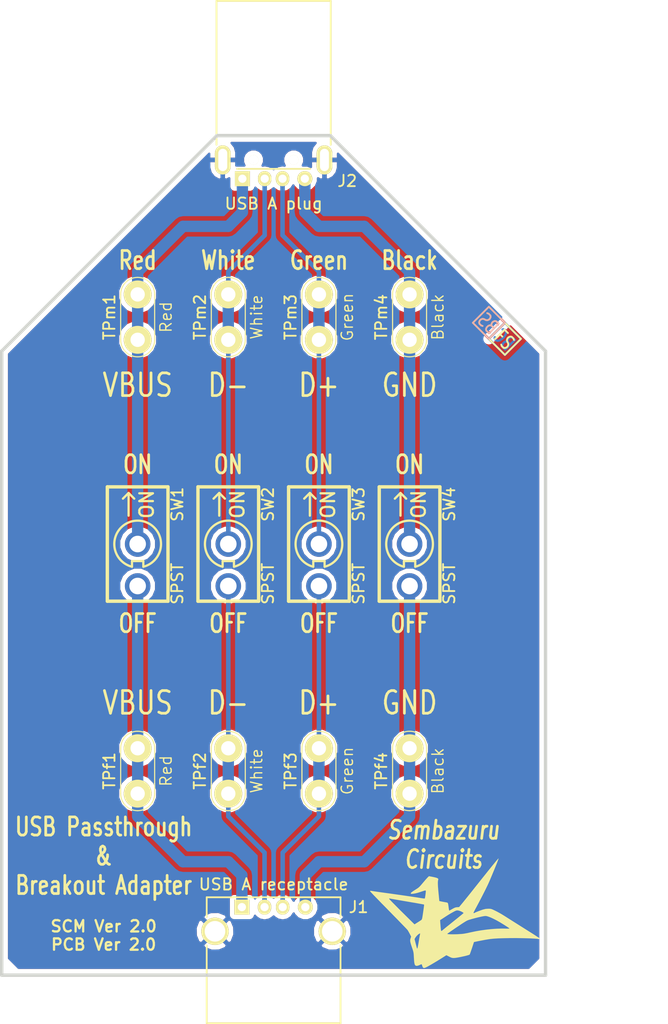
<source format=kicad_pcb>
(kicad_pcb (version 3) (host pcbnew "(2014-04-11 BZR 4798)-product")

  (general
    (links 27)
    (no_connects 0)
    (area 101.409499 42.862499 180.122288 158.262321)
    (thickness 1.6002)
    (drawings 34)
    (tracks 48)
    (zones 0)
    (modules 16)
    (nets 10)
  )

  (page A)
  (title_block
    (title "USB Cable Breakout Tester")
    (rev 2.0)
    (company "Sembazuru Circuits")
  )

  (layers
    (15 Component jumper)
    (0 Solder signal)
    (17 F.Adhes user)
    (19 F.Paste user)
    (21 F.SilkS user)
    (23 F.Mask user)
    (24 Dwgs.User user)
    (28 Edge.Cuts user)
  )

  (setup
    (last_trace_width 0.508)
    (trace_clearance 0.381)
    (zone_clearance 0.508)
    (zone_45_only no)
    (trace_min 0.2032)
    (segment_width 0.381)
    (edge_width 0.381)
    (via_size 0.889)
    (via_drill 0.635)
    (via_min_size 0.889)
    (via_min_drill 0.508)
    (uvia_size 0.508)
    (uvia_drill 0.127)
    (uvias_allowed no)
    (uvia_min_size 0.508)
    (uvia_min_drill 0.127)
    (pcb_text_width 0.3048)
    (pcb_text_size 1.524 2.032)
    (mod_edge_width 0.2032)
    (mod_text_size 1.524 1.524)
    (mod_text_width 0.3048)
    (pad_size 3.1242 3.1242)
    (pad_drill 1.6002)
    (pad_to_mask_clearance 0.254)
    (pad_to_paste_clearance -0.0508)
    (pad_to_paste_clearance_ratio -0.1)
    (aux_axis_origin 101.6 152.4)
    (visible_elements 7FFFFFFF)
    (pcbplotparams
      (layerselection 295731201)
      (usegerberextensions true)
      (excludeedgelayer true)
      (linewidth 0.150000)
      (plotframeref false)
      (viasonmask false)
      (mode 1)
      (useauxorigin true)
      (hpglpennumber 1)
      (hpglpenspeed 20)
      (hpglpendiameter 15)
      (hpglpenoverlay 0)
      (psnegative false)
      (psa4output false)
      (plotreference true)
      (plotvalue true)
      (plotothertext true)
      (plotinvisibletext false)
      (padsonsilk false)
      (subtractmaskfromsilk true)
      (outputformat 1)
      (mirror false)
      (drillshape 0)
      (scaleselection 1)
      (outputdirectory "Gerbers Board v2.0/"))
  )

  (net 0 "")
  (net 1 /D+f)
  (net 2 /D+m)
  (net 3 /D-f)
  (net 4 /D-m)
  (net 5 /GNDf)
  (net 6 /GNDm)
  (net 7 /Shield)
  (net 8 /VBUSf)
  (net 9 /VBUSm)

  (net_class Default "This is the default net class."
    (clearance 0.381)
    (trace_width 0.508)
    (via_dia 0.889)
    (via_drill 0.635)
    (uvia_dia 0.508)
    (uvia_drill 0.127)
  )

  (net_class Power ""
    (clearance 0.381)
    (trace_width 1.27)
    (via_dia 0.889)
    (via_drill 0.635)
    (uvia_dia 0.508)
    (uvia_drill 0.127)
    (add_net /GNDf)
    (add_net /GNDm)
    (add_net /Shield)
    (add_net /VBUSf)
    (add_net /VBUSm)
  )

  (net_class Signal ""
    (clearance 0.381)
    (trace_width 0.508)
    (via_dia 0.889)
    (via_drill 0.635)
    (uvia_dia 0.508)
    (uvia_drill 0.127)
    (add_net /D+f)
    (add_net /D+m)
    (add_net /D-f)
    (add_net /D-m)
  )

  (module MOLEX_48037-0001 (layer Component) (tedit 51B784B5) (tstamp 4FCC3017)
    (at 132.08 63.246 90)
    (descr "USB A Plug Molex# 48037-0001")
    (tags "USB USBA")
    (path /4FC6F41E)
    (fp_text reference J2 (at -0.254 8.255 180) (layer F.SilkS)
      (effects (font (size 1.27 1.27) (thickness 0.2032)))
    )
    (fp_text value "USB A plug" (at -2.794 0 180) (layer F.SilkS)
      (effects (font (size 1.27 1.27) (thickness 0.2032)))
    )
    (fp_line (start 1.09982 -4.09956) (end 1.09982 4.09956) (layer F.SilkS) (width 0.2032))
    (fp_line (start 3.79984 -6.4008) (end 19.9009 -6.4008) (layer F.SilkS) (width 0.2032))
    (fp_line (start 3.79984 6.4008) (end 19.9009 6.4008) (layer F.SilkS) (width 0.2032))
    (fp_line (start 19.9009 6.4008) (end 19.9009 -6.4008) (layer F.SilkS) (width 0.2032))
    (fp_line (start 4.84886 -7.50062) (end 4.84886 7.50062) (layer Dwgs.User) (width 0.0254))
    (pad 1 thru_hole rect (at 0 -3.50012 90) (size 1.68148 1.68148) (drill 0.91948) (layers *.Cu *.Mask F.SilkS)
      (net 9 /VBUSm))
    (pad 2 thru_hole oval (at 0 -1.00076 90) (size 1.68148 1.50114) (drill 0.91948) (layers *.Cu *.Mask F.SilkS)
      (net 4 /D-m))
    (pad 3 thru_hole oval (at 0 1.00076 90) (size 1.68148 1.50114) (drill 0.91948) (layers *.Cu *.Mask F.SilkS)
      (net 2 /D+m))
    (pad 4 thru_hole circle (at 0 3.50012 90) (size 1.68148 1.68148) (drill 0.91948) (layers *.Cu *.Mask F.SilkS)
      (net 6 /GNDm))
    (pad 5 thru_hole oval (at 2.10058 -5.69976 90) (size 3.26136 1.76276) (drill oval 2.49936 1.00076) (layers *.Cu *.Mask F.SilkS)
      (net 7 /Shield))
    (pad 5 thru_hole oval (at 2.10058 5.69976 90) (size 3.26136 1.76276) (drill oval 2.49936 1.00076) (layers *.Cu *.Mask F.SilkS)
      (net 7 /Shield))
    (pad "" np_thru_hole circle (at 2.10058 -2.25044 90) (size 1.09982 1.09982) (drill 1.09982) (layers *.Cu *.Mask F.SilkS))
    (pad "" np_thru_hole circle (at 2.10058 2.25044 90) (size 1.09982 1.09982) (drill 1.09982) (layers *.Cu *.Mask F.SilkS))
    (model connectors\480370001.stp.stl.wrl
      (at (xyz 0.41064 0 0.03125))
      (scale (xyz 0.393701 0.393701 0.393701))
      (rotate (xyz -90 0 -90))
    )
  )

  (module crane_0.75in_silkscreen (layer Component) (tedit 0) (tstamp 51797CC8)
    (at 152.4 145.415)
    (fp_text reference G*** (at 0 6.83006) (layer F.SilkS) hide
      (effects (font (size 0.70612 0.70612) (thickness 0.1397)))
    )
    (fp_text value LOGO (at 0 -6.83006) (layer F.SilkS) hide
      (effects (font (size 0.70612 0.70612) (thickness 0.1397)))
    )
    (fp_poly (pts (xy 9.53262 2.90068) (xy 9.52754 2.9337) (xy 9.47674 2.94132) (xy 9.37514 2.93116)
      (xy 9.16432 2.9083) (xy 8.88492 2.88798) (xy 8.5471 2.8702) (xy 8.1661 2.8575)
      (xy 7.747 2.8448) (xy 7.30504 2.83718) (xy 6.84784 2.8321) (xy 6.3881 2.83464)
      (xy 6.12394 2.83464) (xy 6.12394 1.7653) (xy 6.09092 1.73482) (xy 6.00456 1.66878)
      (xy 5.86994 1.57734) (xy 5.7023 1.46812) (xy 5.5118 1.3462) (xy 5.3086 1.22174)
      (xy 5.1054 1.09728) (xy 5.01142 1.0414) (xy 4.68884 0.85852) (xy 4.37134 0.69596)
      (xy 4.07924 0.55626) (xy 3.82524 0.45466) (xy 3.74396 0.42672) (xy 3.59156 0.381)
      (xy 3.47726 0.36068) (xy 3.36042 0.36322) (xy 3.20548 0.38608) (xy 3.19786 0.38608)
      (xy 2.94894 0.43434) (xy 2.63906 0.50546) (xy 2.28346 0.59436) (xy 1.89738 0.6985)
      (xy 1.73736 0.74676) (xy 1.62306 0.77724) (xy 1.52654 0.81026) (xy 1.43002 0.84836)
      (xy 1.33096 0.89408) (xy 1.2192 0.95758) (xy 1.08458 1.03886) (xy 0.97282 1.10998)
      (xy 0.97282 0.03302) (xy 0.94996 -0.00254) (xy 0.87122 -0.05842) (xy 0.75692 -0.12192)
      (xy 0.62484 -0.18034) (xy 0.49276 -0.22606) (xy 0.45466 -0.23876) (xy 0.31242 -0.26416)
      (xy 0.19812 -0.25908) (xy 0.12192 -0.23622) (xy -0.02032 -0.17526) (xy -0.22098 -0.06858)
      (xy -0.4699 0.07112) (xy -0.762 0.24638) (xy -1.08712 0.45466) (xy -1.15062 0.49784)
      (xy -1.65862 0.82804) (xy -1.63322 1.18872) (xy -1.61036 1.48082) (xy -1.59004 1.70434)
      (xy -1.57226 1.86182) (xy -1.55448 1.96596) (xy -1.5367 2.02184) (xy -1.51638 2.03962)
      (xy -1.4605 2.01422) (xy -1.3843 1.9558) (xy -1.37414 1.94818) (xy -1.3208 1.89992)
      (xy -1.21412 1.81356) (xy -1.06172 1.68656) (xy -0.87122 1.53162) (xy -0.6477 1.35382)
      (xy -0.40132 1.1557) (xy -0.15494 0.95758) (xy 0.09652 0.75438) (xy 0.33528 0.56388)
      (xy 0.54356 0.3937) (xy 0.71882 0.25146) (xy 0.85344 0.1397) (xy 0.9398 0.0635)
      (xy 0.97282 0.03302) (xy 0.97282 1.10998) (xy 0.91694 1.14554) (xy 0.70612 1.2827)
      (xy 0.44958 1.45796) (xy 0.24384 1.59258) (xy -0.01524 1.76784) (xy -0.25146 1.9304)
      (xy -0.46228 2.07518) (xy -0.63246 2.19456) (xy -0.762 2.286) (xy -0.8382 2.34188)
      (xy -0.85598 2.35712) (xy -0.82804 2.37998) (xy -0.73152 2.39522) (xy -0.5842 2.40538)
      (xy -0.3937 2.41046) (xy -0.17272 2.41046) (xy 0.06604 2.40792) (xy 0.31242 2.4003)
      (xy 0.55118 2.38506) (xy 0.77724 2.36982) (xy 0.97028 2.3495) (xy 1.0795 2.33172)
      (xy 1.27254 2.29616) (xy 1.4986 2.25044) (xy 1.7145 2.20218) (xy 1.74752 2.19456)
      (xy 2.31902 2.07518) (xy 2.921 1.97104) (xy 3.53568 1.88722) (xy 4.14528 1.82372)
      (xy 4.72948 1.78308) (xy 5.27304 1.76784) (xy 5.61594 1.77292) (xy 5.80644 1.778)
      (xy 5.96138 1.778) (xy 6.07314 1.77292) (xy 6.1214 1.76784) (xy 6.12394 1.7653)
      (xy 6.12394 2.83464) (xy 5.98678 2.83718) (xy 5.53212 2.8448) (xy 5.13842 2.8575)
      (xy 4.79806 2.8702) (xy 4.4958 2.88798) (xy 4.21386 2.91084) (xy 3.94208 2.94132)
      (xy 3.66522 2.98196) (xy 3.36804 3.03276) (xy 3.03784 3.09626) (xy 2.66954 3.16738)
      (xy 2.13868 3.2766) (xy 1.91516 3.9624) (xy 1.83896 4.18084) (xy 1.77292 4.37642)
      (xy 1.71704 4.53136) (xy 1.67386 4.64058) (xy 1.65354 4.68122) (xy 1.59004 4.7117)
      (xy 1.46558 4.75234) (xy 1.29286 4.8006) (xy 1.08458 4.8514) (xy 0.85598 4.9022)
      (xy 0.61722 4.953) (xy 0.38862 4.99618) (xy 0.18288 5.03174) (xy 0.01016 5.0546)
      (xy -0.10922 5.06222) (xy -0.11176 5.06476) (xy -0.24892 5.05714) (xy -0.3683 5.03174)
      (xy -0.50038 4.98094) (xy -0.65024 4.90474) (xy -0.95504 4.7498) (xy -1.25984 4.94538)
      (xy -1.45034 5.06476) (xy -1.67386 5.20446) (xy -1.9177 5.35432) (xy -2.1717 5.50672)
      (xy -2.41808 5.65404) (xy -2.64922 5.7912) (xy -2.84988 5.9055) (xy -3.00736 5.9944)
      (xy -3.0988 6.04266) (xy -3.26644 6.12394) (xy -3.38074 6.16966) (xy -3.4544 6.17982)
      (xy -3.4544 -0.8763) (xy -3.45694 -0.91694) (xy -3.45694 -0.91948) (xy -3.49758 -0.92964)
      (xy -3.6068 -0.94996) (xy -3.77698 -0.98298) (xy -3.99542 -1.02108) (xy -4.2545 -1.06934)
      (xy -4.5466 -1.12014) (xy -4.77012 -1.1557) (xy -5.2959 -1.24714) (xy -5.74802 -1.32334)
      (xy -6.1341 -1.38938) (xy -6.45414 -1.44526) (xy -6.7183 -1.49098) (xy -6.92404 -1.52654)
      (xy -7.08152 -1.55448) (xy -7.19328 -1.5748) (xy -7.26694 -1.59004) (xy -7.2898 -1.59512)
      (xy -7.36092 -1.59766) (xy -7.37362 -1.56464) (xy -7.34568 -1.52654) (xy -7.26694 -1.44018)
      (xy -7.14248 -1.31064) (xy -6.97738 -1.13792) (xy -6.77672 -0.93726) (xy -6.54812 -0.70612)
      (xy -6.29666 -0.45212) (xy -6.02488 -0.18034) (xy -5.94614 -0.10414) (xy -4.52628 1.29794)
      (xy -4.19608 1.08966) (xy -4.04368 0.99314) (xy -3.90652 0.90424) (xy -3.80492 0.8382)
      (xy -3.7719 0.81534) (xy -3.73126 0.77724) (xy -3.70078 0.72136) (xy -3.6703 0.635)
      (xy -3.6449 0.50038) (xy -3.61188 0.30226) (xy -3.6068 0.2667) (xy -3.55346 -0.09906)
      (xy -3.51028 -0.3937) (xy -3.4798 -0.61976) (xy -3.45948 -0.77978) (xy -3.4544 -0.8763)
      (xy -3.4544 6.17982) (xy -3.46202 6.18236) (xy -3.52298 6.16966) (xy -3.53822 6.1595)
      (xy -3.5941 6.10108) (xy -3.64236 5.99948) (xy -3.64998 5.97408) (xy -3.683 5.8674)
      (xy -3.7084 5.7912) (xy -3.71094 5.78104) (xy -3.7465 5.76326) (xy -3.83286 5.7912)
      (xy -3.89636 5.82168) (xy -3.89636 2.32156) (xy -3.93192 2.31648) (xy -4.00304 2.3495)
      (xy -4.09194 2.413) (xy -4.19354 2.49936) (xy -4.2926 2.60096) (xy -4.37896 2.70764)
      (xy -4.4196 2.7686) (xy -4.5212 2.94386) (xy -4.39928 3.42392) (xy -4.34086 3.6449)
      (xy -4.30022 3.79984) (xy -4.27228 3.90398) (xy -4.25196 3.9624) (xy -4.23672 3.99288)
      (xy -4.22148 4.00304) (xy -4.20878 4.00304) (xy -4.19354 3.96494) (xy -4.17068 3.86334)
      (xy -4.13766 3.70586) (xy -4.09956 3.5052) (xy -4.05892 3.27406) (xy -4.0513 3.22072)
      (xy -4.01066 2.97942) (xy -3.9751 2.76098) (xy -3.94208 2.58064) (xy -3.91668 2.4511)
      (xy -3.90144 2.38252) (xy -3.90144 2.37744) (xy -3.89636 2.32156) (xy -3.89636 5.82168)
      (xy -3.92176 5.83438) (xy -4.064 5.89534) (xy -4.2037 5.93344) (xy -4.2672 5.9436)
      (xy -4.36118 5.93344) (xy -4.4323 5.8928) (xy -4.48818 5.8166) (xy -4.52882 5.69214)
      (xy -4.5593 5.5118) (xy -4.57962 5.26796) (xy -4.59486 5.02666) (xy -4.60756 4.79044)
      (xy -4.62026 4.6101) (xy -4.63804 4.46532) (xy -4.66598 4.3307) (xy -4.70662 4.18846)
      (xy -4.76504 4.0132) (xy -4.80314 3.90398) (xy -4.89204 3.63728) (xy -4.95554 3.43154)
      (xy -4.99618 3.26898) (xy -5.01142 3.13944) (xy -5.00888 3.02768) (xy -4.98602 2.921)
      (xy -4.96824 2.86512) (xy -4.90474 2.66954) (xy -5.0673 2.34442) (xy -5.15366 2.1844)
      (xy -5.23748 2.03708) (xy -5.3086 1.92786) (xy -5.32892 1.90246) (xy -5.37464 1.8542)
      (xy -5.46862 1.7526) (xy -5.60832 1.60782) (xy -5.78612 1.42494) (xy -5.99948 1.20396)
      (xy -6.24332 0.9525) (xy -6.51002 0.67818) (xy -6.79958 0.38608) (xy -7.0993 0.07874)
      (xy -7.0993 0.0762) (xy -7.52094 -0.35306) (xy -7.89178 -0.73152) (xy -8.2169 -1.05918)
      (xy -8.49122 -1.34366) (xy -8.72998 -1.5875) (xy -8.92556 -1.78816) (xy -9.08812 -1.9558)
      (xy -9.21766 -2.09296) (xy -9.31926 -2.19964) (xy -9.39546 -2.28346) (xy -9.45134 -2.34188)
      (xy -9.4869 -2.38506) (xy -9.50722 -2.41554) (xy -9.51484 -2.43332) (xy -9.51484 -2.44094)
      (xy -9.50976 -2.44856) (xy -9.50722 -2.44856) (xy -9.45134 -2.45364) (xy -9.34466 -2.44602)
      (xy -9.2583 -2.43332) (xy -9.16686 -2.41808) (xy -9.00684 -2.39268) (xy -8.79602 -2.3622)
      (xy -8.54202 -2.32664) (xy -8.25754 -2.286) (xy -7.95528 -2.24536) (xy -7.89178 -2.2352)
      (xy -7.32282 -2.159) (xy -6.77164 -2.08026) (xy -6.24586 -2.0066) (xy -5.74802 -1.93548)
      (xy -5.28828 -1.86944) (xy -4.87426 -1.80848) (xy -4.51104 -1.75514) (xy -4.20624 -1.70942)
      (xy -3.97002 -1.67132) (xy -3.8481 -1.651) (xy -3.66776 -1.62306) (xy -3.5179 -1.60274)
      (xy -3.41376 -1.59512) (xy -3.37058 -1.6002) (xy -3.35788 -1.64846) (xy -3.33756 -1.75514)
      (xy -3.3147 -1.89738) (xy -3.29184 -2.05994) (xy -3.27406 -2.21488) (xy -3.26136 -2.3495)
      (xy -3.25628 -2.42824) (xy -3.26136 -2.4638) (xy -3.2766 -2.48666) (xy -3.31216 -2.49428)
      (xy -3.38074 -2.48412) (xy -3.49504 -2.4511) (xy -3.66014 -2.39776) (xy -3.8862 -2.32156)
      (xy -3.9243 -2.30886) (xy -4.17322 -2.23266) (xy -4.41452 -2.17424) (xy -4.61518 -2.13868)
      (xy -4.6609 -2.13106) (xy -4.80822 -2.1209) (xy -4.89204 -2.12344) (xy -4.93522 -2.13614)
      (xy -4.94538 -2.16916) (xy -4.94538 -2.18186) (xy -4.91998 -2.2352) (xy -4.83616 -2.30886)
      (xy -4.69138 -2.413) (xy -4.52374 -2.52222) (xy -4.34594 -2.63398) (xy -4.20878 -2.72288)
      (xy -4.09956 -2.79908) (xy -4.00558 -2.88036) (xy -3.9116 -2.9718) (xy -3.80238 -3.09372)
      (xy -3.66776 -3.2512) (xy -3.54584 -3.39598) (xy -3.39852 -3.5687) (xy -3.26136 -3.72872)
      (xy -3.13944 -3.8608) (xy -3.05308 -3.95478) (xy -3.02768 -3.98018) (xy -2.90576 -4.09448)
      (xy -2.46634 -4.01066) (xy -2.21742 -3.95732) (xy -2.03962 -3.90652) (xy -1.92786 -3.85572)
      (xy -1.8669 -3.79984) (xy -1.85928 -3.73634) (xy -1.86436 -3.71602) (xy -1.88468 -3.63474)
      (xy -1.89992 -3.5433) (xy -1.91008 -3.43408) (xy -1.91008 -3.29692) (xy -1.905 -3.12674)
      (xy -1.89484 -2.91592) (xy -1.87452 -2.6543) (xy -1.84658 -2.3368) (xy -1.80848 -1.9558)
      (xy -1.77292 -1.59004) (xy -1.74498 -1.31318) (xy -1.5494 -1.27) (xy -1.40716 -1.23952)
      (xy -1.22682 -1.2065) (xy -1.06934 -1.17856) (xy -0.94996 -1.15824) (xy -0.86868 -1.14046)
      (xy -0.8128 -1.10998) (xy -0.77724 -1.0541) (xy -0.75184 -0.95758) (xy -0.72898 -0.81026)
      (xy -0.70104 -0.59944) (xy -0.68072 -0.43942) (xy -0.65786 -0.3175) (xy -0.64008 -0.24638)
      (xy -0.635 -0.23368) (xy -0.59436 -0.254) (xy -0.50292 -0.3048) (xy -0.37338 -0.37592)
      (xy -0.29972 -0.4191) (xy -0.12446 -0.51562) (xy 0.01016 -0.57658) (xy 0.13716 -0.6096)
      (xy 0.2413 -0.61976) (xy 0.47244 -0.63754) (xy 0.83566 -1.07442) (xy 0.97028 -1.23952)
      (xy 1.13792 -1.4478) (xy 1.33096 -1.68656) (xy 1.53162 -1.93548) (xy 1.7272 -2.17932)
      (xy 1.78562 -2.25298) (xy 2.26314 -2.85496) (xy 2.69494 -3.39598) (xy 3.08102 -3.88112)
      (xy 3.42392 -4.30784) (xy 3.72618 -4.6863) (xy 3.99034 -5.01142) (xy 4.21386 -5.29082)
      (xy 4.40436 -5.52196) (xy 4.5593 -5.71246) (xy 4.68376 -5.85978) (xy 4.77774 -5.969)
      (xy 4.84378 -6.04012) (xy 4.88188 -6.07822) (xy 4.89712 -6.08584) (xy 4.88696 -6.02996)
      (xy 4.84124 -5.9055) (xy 4.77012 -5.71246) (xy 4.66852 -5.45338) (xy 4.53644 -5.12826)
      (xy 4.37896 -4.74218) (xy 4.19354 -4.29514) (xy 3.98018 -3.78714) (xy 3.90652 -3.61188)
      (xy 3.81 -3.39344) (xy 3.68046 -3.11404) (xy 3.52298 -2.78892) (xy 3.34264 -2.42316)
      (xy 3.14198 -2.02946) (xy 2.93116 -1.61798) (xy 2.71018 -1.19634) (xy 2.48666 -0.77724)
      (xy 2.39776 -0.6096) (xy 2.29108 -0.41402) (xy 2.20218 -0.2413) (xy 2.1336 -0.10668)
      (xy 2.09042 -0.01778) (xy 2.08026 0.00762) (xy 2.11074 0.03302) (xy 2.1717 0.03048)
      (xy 2.21996 0.00508) (xy 2.27584 -0.0254) (xy 2.39014 -0.0762) (xy 2.54762 -0.1397)
      (xy 2.73304 -0.21082) (xy 2.92862 -0.28194) (xy 3.11658 -0.34798) (xy 3.15976 -0.36068)
      (xy 3.43916 -0.42926) (xy 3.7338 -0.45212) (xy 3.74904 -0.45212) (xy 3.88112 -0.44958)
      (xy 3.9878 -0.43942) (xy 4.0894 -0.4191) (xy 4.20116 -0.37846) (xy 4.34594 -0.31242)
      (xy 4.51866 -0.23114) (xy 4.74218 -0.11684) (xy 4.98602 0.01524) (xy 5.2197 0.14732)
      (xy 5.36194 0.23368) (xy 5.63118 0.40132) (xy 5.95122 0.60452) (xy 6.31698 0.83566)
      (xy 6.71322 1.08458) (xy 7.12724 1.3462) (xy 7.54888 1.61036) (xy 7.9629 1.87198)
      (xy 8.36168 2.12344) (xy 8.51408 2.21742) (xy 8.76554 2.3749) (xy 8.99668 2.52476)
      (xy 9.1948 2.65684) (xy 9.35482 2.76352) (xy 9.46912 2.8448) (xy 9.52754 2.89306)
      (xy 9.53262 2.90068) (xy 9.53262 2.90068)) (layer F.SilkS) (width 0.00254))
  )

  (module SW_Jameco2135478 (layer Component) (tedit 5179A156) (tstamp 4FCC3010)
    (at 116.84 104.14 270)
    (descr Switch)
    (tags "SW SPST")
    (path /51794F9B)
    (fp_text reference SW1 (at -4.445 -4.445 270) (layer F.SilkS)
      (effects (font (size 1.27 1.27) (thickness 0.2032)))
    )
    (fp_text value SPST (at 4.445 -4.445 270) (layer F.SilkS)
      (effects (font (size 1.27 1.27) (thickness 0.2032)))
    )
    (fp_line (start 2.54 0.635) (end 1.905 0.635) (layer F.SilkS) (width 0.254))
    (fp_line (start 1.905 0.635) (end 1.905 -0.635) (layer F.SilkS) (width 0.254))
    (fp_line (start 1.905 -0.635) (end 2.54 -0.635) (layer F.SilkS) (width 0.254))
    (fp_arc (start 0 0) (end 2.54 0.635) (angle 331.9) (layer F.SilkS) (width 0.254))
    (fp_line (start -5.715 1.016) (end -3.175 1.016) (layer F.SilkS) (width 0.254))
    (fp_line (start -5.08 0.381) (end -5.715 1.016) (layer F.SilkS) (width 0.254))
    (fp_line (start -5.715 1.016) (end -5.08 1.651) (layer F.SilkS) (width 0.254))
    (fp_text user ON (at -4.445 -1.016 270) (layer F.SilkS)
      (effects (font (thickness 0.254)))
    )
    (fp_line (start -6.4 3.4) (end 6.4 3.4) (layer F.SilkS) (width 0.381))
    (fp_line (start 6.4 3.4) (end 6.4 -3.4) (layer F.SilkS) (width 0.381))
    (fp_line (start 6.4 -3.4) (end -6.4 -3.4) (layer F.SilkS) (width 0.381))
    (fp_line (start -6.4 -3.4) (end -6.4 3.4) (layer F.SilkS) (width 0.381))
    (pad 2 thru_hole circle (at 0 0 270) (size 2.8702 2.8702) (drill 1.8542) (layers *.Cu *.Mask)
      (net 9 /VBUSm))
    (pad 3 thru_hole circle (at 4.699 0 270) (size 2.8702 2.8702) (drill 1.8542) (layers *.Cu *.Mask)
      (net 8 /VBUSf))
  )

  (module SW_Jameco2135478 (layer Component) (tedit 5179A156) (tstamp 4FCC3016)
    (at 147.32 104.14 270)
    (descr Switch)
    (tags "SW SPST")
    (path /51795D73)
    (fp_text reference SW4 (at -4.445 -4.445 270) (layer F.SilkS)
      (effects (font (size 1.27 1.27) (thickness 0.2032)))
    )
    (fp_text value SPST (at 4.445 -4.445 270) (layer F.SilkS)
      (effects (font (size 1.27 1.27) (thickness 0.2032)))
    )
    (fp_line (start 2.54 0.635) (end 1.905 0.635) (layer F.SilkS) (width 0.254))
    (fp_line (start 1.905 0.635) (end 1.905 -0.635) (layer F.SilkS) (width 0.254))
    (fp_line (start 1.905 -0.635) (end 2.54 -0.635) (layer F.SilkS) (width 0.254))
    (fp_arc (start 0 0) (end 2.54 0.635) (angle 331.9) (layer F.SilkS) (width 0.254))
    (fp_line (start -5.715 1.016) (end -3.175 1.016) (layer F.SilkS) (width 0.254))
    (fp_line (start -5.08 0.381) (end -5.715 1.016) (layer F.SilkS) (width 0.254))
    (fp_line (start -5.715 1.016) (end -5.08 1.651) (layer F.SilkS) (width 0.254))
    (fp_text user ON (at -4.445 -1.016 270) (layer F.SilkS)
      (effects (font (thickness 0.254)))
    )
    (fp_line (start -6.4 3.4) (end 6.4 3.4) (layer F.SilkS) (width 0.381))
    (fp_line (start 6.4 3.4) (end 6.4 -3.4) (layer F.SilkS) (width 0.381))
    (fp_line (start 6.4 -3.4) (end -6.4 -3.4) (layer F.SilkS) (width 0.381))
    (fp_line (start -6.4 -3.4) (end -6.4 3.4) (layer F.SilkS) (width 0.381))
    (pad 2 thru_hole circle (at 0 0 270) (size 2.8702 2.8702) (drill 1.8542) (layers *.Cu *.Mask)
      (net 6 /GNDm))
    (pad 3 thru_hole circle (at 4.699 0 270) (size 2.8702 2.8702) (drill 1.8542) (layers *.Cu *.Mask)
      (net 5 /GNDf))
  )

  (module SW_Jameco2135478 (layer Component) (tedit 5179A156) (tstamp 4FCC3014)
    (at 137.16 104.14 270)
    (descr Switch)
    (tags "SW SPST")
    (path /51795D69)
    (fp_text reference SW3 (at -4.445 -4.445 270) (layer F.SilkS)
      (effects (font (size 1.27 1.27) (thickness 0.2032)))
    )
    (fp_text value SPST (at 4.445 -4.445 270) (layer F.SilkS)
      (effects (font (size 1.27 1.27) (thickness 0.2032)))
    )
    (fp_line (start 2.54 0.635) (end 1.905 0.635) (layer F.SilkS) (width 0.254))
    (fp_line (start 1.905 0.635) (end 1.905 -0.635) (layer F.SilkS) (width 0.254))
    (fp_line (start 1.905 -0.635) (end 2.54 -0.635) (layer F.SilkS) (width 0.254))
    (fp_arc (start 0 0) (end 2.54 0.635) (angle 331.9) (layer F.SilkS) (width 0.254))
    (fp_line (start -5.715 1.016) (end -3.175 1.016) (layer F.SilkS) (width 0.254))
    (fp_line (start -5.08 0.381) (end -5.715 1.016) (layer F.SilkS) (width 0.254))
    (fp_line (start -5.715 1.016) (end -5.08 1.651) (layer F.SilkS) (width 0.254))
    (fp_text user ON (at -4.445 -1.016 270) (layer F.SilkS)
      (effects (font (thickness 0.254)))
    )
    (fp_line (start -6.4 3.4) (end 6.4 3.4) (layer F.SilkS) (width 0.381))
    (fp_line (start 6.4 3.4) (end 6.4 -3.4) (layer F.SilkS) (width 0.381))
    (fp_line (start 6.4 -3.4) (end -6.4 -3.4) (layer F.SilkS) (width 0.381))
    (fp_line (start -6.4 -3.4) (end -6.4 3.4) (layer F.SilkS) (width 0.381))
    (pad 2 thru_hole circle (at 0 0 270) (size 2.8702 2.8702) (drill 1.8542) (layers *.Cu *.Mask)
      (net 2 /D+m))
    (pad 3 thru_hole circle (at 4.699 0 270) (size 2.8702 2.8702) (drill 1.8542) (layers *.Cu *.Mask)
      (net 1 /D+f))
  )

  (module SW_Jameco2135478 (layer Component) (tedit 5179A156) (tstamp 4FCC3012)
    (at 127 104.14 270)
    (descr Switch)
    (tags "SW SPST")
    (path /51795D5F)
    (fp_text reference SW2 (at -4.445 -4.445 270) (layer F.SilkS)
      (effects (font (size 1.27 1.27) (thickness 0.2032)))
    )
    (fp_text value SPST (at 4.445 -4.445 270) (layer F.SilkS)
      (effects (font (size 1.27 1.27) (thickness 0.2032)))
    )
    (fp_line (start 2.54 0.635) (end 1.905 0.635) (layer F.SilkS) (width 0.254))
    (fp_line (start 1.905 0.635) (end 1.905 -0.635) (layer F.SilkS) (width 0.254))
    (fp_line (start 1.905 -0.635) (end 2.54 -0.635) (layer F.SilkS) (width 0.254))
    (fp_arc (start 0 0) (end 2.54 0.635) (angle 331.9) (layer F.SilkS) (width 0.254))
    (fp_line (start -5.715 1.016) (end -3.175 1.016) (layer F.SilkS) (width 0.254))
    (fp_line (start -5.08 0.381) (end -5.715 1.016) (layer F.SilkS) (width 0.254))
    (fp_line (start -5.715 1.016) (end -5.08 1.651) (layer F.SilkS) (width 0.254))
    (fp_text user ON (at -4.445 -1.016 270) (layer F.SilkS)
      (effects (font (thickness 0.254)))
    )
    (fp_line (start -6.4 3.4) (end 6.4 3.4) (layer F.SilkS) (width 0.381))
    (fp_line (start 6.4 3.4) (end 6.4 -3.4) (layer F.SilkS) (width 0.381))
    (fp_line (start 6.4 -3.4) (end -6.4 -3.4) (layer F.SilkS) (width 0.381))
    (fp_line (start -6.4 -3.4) (end -6.4 3.4) (layer F.SilkS) (width 0.381))
    (pad 2 thru_hole circle (at 0 0 270) (size 2.8702 2.8702) (drill 1.8542) (layers *.Cu *.Mask)
      (net 4 /D-m))
    (pad 3 thru_hole circle (at 4.699 0 270) (size 2.8702 2.8702) (drill 1.8542) (layers *.Cu *.Mask)
      (net 3 /D-f))
  )

  (module TESTPOINT (layer Component) (tedit 517A3286) (tstamp 4FCC3005)
    (at 137.16 129.54 90)
    (descr "Connecteurs 2 pins")
    (tags "CONN DEV")
    (path /4FC6F5FB)
    (fp_text reference TPf3 (at 0 -3.175 90) (layer F.SilkS)
      (effects (font (size 1.27 1.27) (thickness 0.2032)))
    )
    (fp_text value Green (at 0 3.175 90) (layer F.SilkS)
      (effects (font (size 1.27 1.27) (thickness 0.1524)))
    )
    (fp_line (start -2.54 1.905) (end 2.54 1.905) (layer F.SilkS) (width 0.127))
    (fp_line (start 2.54 -1.905) (end -2.54 -1.905) (layer F.SilkS) (width 0.127))
    (fp_arc (start -2.54 0) (end -2.54 1.905) (angle 90) (layer F.SilkS) (width 0.127))
    (fp_arc (start -2.54 0) (end -4.445 0) (angle 90) (layer F.SilkS) (width 0.127))
    (fp_arc (start 2.54 0) (end 2.54 -1.905) (angle 90) (layer F.SilkS) (width 0.127))
    (fp_arc (start 2.54 0) (end 4.445 0) (angle 90) (layer F.SilkS) (width 0.127))
    (pad 1 thru_hole circle (at -2.54 0 90) (size 3.1242 3.1242) (drill 1.6002) (layers *.Cu *.Mask F.SilkS)
      (net 1 /D+f))
    (pad 1 thru_hole circle (at 2.54 0 90) (size 3.1242 3.1242) (drill 1.6002) (layers *.Cu *.Mask F.SilkS)
      (net 1 /D+f))
    (model connectors\Keystone5012.FCStd.stl.wrl
      (at (xyz 0.1 0 0))
      (scale (xyz 0.254 0.254 0.254))
      (rotate (xyz 0 0 0))
    )
  )

  (module TESTPOINT (layer Component) (tedit 517A3286) (tstamp 4FCC3009)
    (at 116.84 78.74 90)
    (descr "Connecteurs 2 pins")
    (tags "CONN DEV")
    (path /4FC6F5C4)
    (fp_text reference TPm1 (at 0 -3.175 90) (layer F.SilkS)
      (effects (font (size 1.27 1.27) (thickness 0.2032)))
    )
    (fp_text value Red (at 0 3.175 90) (layer F.SilkS)
      (effects (font (size 1.27 1.27) (thickness 0.1524)))
    )
    (fp_line (start -2.54 1.905) (end 2.54 1.905) (layer F.SilkS) (width 0.127))
    (fp_line (start 2.54 -1.905) (end -2.54 -1.905) (layer F.SilkS) (width 0.127))
    (fp_arc (start -2.54 0) (end -2.54 1.905) (angle 90) (layer F.SilkS) (width 0.127))
    (fp_arc (start -2.54 0) (end -4.445 0) (angle 90) (layer F.SilkS) (width 0.127))
    (fp_arc (start 2.54 0) (end 2.54 -1.905) (angle 90) (layer F.SilkS) (width 0.127))
    (fp_arc (start 2.54 0) (end 4.445 0) (angle 90) (layer F.SilkS) (width 0.127))
    (pad 1 thru_hole circle (at -2.54 0 90) (size 3.1242 3.1242) (drill 1.6002) (layers *.Cu *.Mask F.SilkS)
      (net 9 /VBUSm))
    (pad 1 thru_hole circle (at 2.54 0 90) (size 3.1242 3.1242) (drill 1.6002) (layers *.Cu *.Mask F.SilkS)
      (net 9 /VBUSm))
    (model connectors\Keystone5012.FCStd.stl.wrl
      (at (xyz 0.1 0 0))
      (scale (xyz 0.254 0.254 0.254))
      (rotate (xyz 0 0 0))
    )
  )

  (module TESTPOINT (layer Component) (tedit 517A3286) (tstamp 4FCC3007)
    (at 147.32 129.54 90)
    (descr "Connecteurs 2 pins")
    (tags "CONN DEV")
    (path /4FC6F5FE)
    (fp_text reference TPf4 (at 0 -3.175 90) (layer F.SilkS)
      (effects (font (size 1.27 1.27) (thickness 0.2032)))
    )
    (fp_text value Black (at 0 3.175 90) (layer F.SilkS)
      (effects (font (size 1.27 1.27) (thickness 0.1524)))
    )
    (fp_line (start -2.54 1.905) (end 2.54 1.905) (layer F.SilkS) (width 0.127))
    (fp_line (start 2.54 -1.905) (end -2.54 -1.905) (layer F.SilkS) (width 0.127))
    (fp_arc (start -2.54 0) (end -2.54 1.905) (angle 90) (layer F.SilkS) (width 0.127))
    (fp_arc (start -2.54 0) (end -4.445 0) (angle 90) (layer F.SilkS) (width 0.127))
    (fp_arc (start 2.54 0) (end 2.54 -1.905) (angle 90) (layer F.SilkS) (width 0.127))
    (fp_arc (start 2.54 0) (end 4.445 0) (angle 90) (layer F.SilkS) (width 0.127))
    (pad 1 thru_hole circle (at -2.54 0 90) (size 3.1242 3.1242) (drill 1.6002) (layers *.Cu *.Mask F.SilkS)
      (net 5 /GNDf))
    (pad 1 thru_hole circle (at 2.54 0 90) (size 3.1242 3.1242) (drill 1.6002) (layers *.Cu *.Mask F.SilkS)
      (net 5 /GNDf))
    (model connectors\Keystone5012.FCStd.stl.wrl
      (at (xyz 0.1 0 0))
      (scale (xyz 0.254 0.254 0.254))
      (rotate (xyz 0 0 0))
    )
  )

  (module TESTPOINT (layer Component) (tedit 517A3286) (tstamp 4FCC3003)
    (at 127 129.54 90)
    (descr "Connecteurs 2 pins")
    (tags "CONN DEV")
    (path /4FC6F5F7)
    (fp_text reference TPf2 (at 0 -3.175 90) (layer F.SilkS)
      (effects (font (size 1.27 1.27) (thickness 0.2032)))
    )
    (fp_text value White (at 0 3.175 90) (layer F.SilkS)
      (effects (font (size 1.27 1.27) (thickness 0.1524)))
    )
    (fp_line (start -2.54 1.905) (end 2.54 1.905) (layer F.SilkS) (width 0.127))
    (fp_line (start 2.54 -1.905) (end -2.54 -1.905) (layer F.SilkS) (width 0.127))
    (fp_arc (start -2.54 0) (end -2.54 1.905) (angle 90) (layer F.SilkS) (width 0.127))
    (fp_arc (start -2.54 0) (end -4.445 0) (angle 90) (layer F.SilkS) (width 0.127))
    (fp_arc (start 2.54 0) (end 2.54 -1.905) (angle 90) (layer F.SilkS) (width 0.127))
    (fp_arc (start 2.54 0) (end 4.445 0) (angle 90) (layer F.SilkS) (width 0.127))
    (pad 1 thru_hole circle (at -2.54 0 90) (size 3.1242 3.1242) (drill 1.6002) (layers *.Cu *.Mask F.SilkS)
      (net 3 /D-f))
    (pad 1 thru_hole circle (at 2.54 0 90) (size 3.1242 3.1242) (drill 1.6002) (layers *.Cu *.Mask F.SilkS)
      (net 3 /D-f))
    (model connectors\Keystone5012.FCStd.stl.wrl
      (at (xyz 0.1 0 0))
      (scale (xyz 0.254 0.254 0.254))
      (rotate (xyz 0 0 0))
    )
  )

  (module TESTPOINT (layer Component) (tedit 517A3286) (tstamp 4FCC300F)
    (at 147.32 78.74 90)
    (descr "Connecteurs 2 pins")
    (tags "CONN DEV")
    (path /4FC6F5E5)
    (fp_text reference TPm4 (at 0 -3.175 90) (layer F.SilkS)
      (effects (font (size 1.27 1.27) (thickness 0.2032)))
    )
    (fp_text value Black (at 0 3.175 90) (layer F.SilkS)
      (effects (font (size 1.27 1.27) (thickness 0.1524)))
    )
    (fp_line (start -2.54 1.905) (end 2.54 1.905) (layer F.SilkS) (width 0.127))
    (fp_line (start 2.54 -1.905) (end -2.54 -1.905) (layer F.SilkS) (width 0.127))
    (fp_arc (start -2.54 0) (end -2.54 1.905) (angle 90) (layer F.SilkS) (width 0.127))
    (fp_arc (start -2.54 0) (end -4.445 0) (angle 90) (layer F.SilkS) (width 0.127))
    (fp_arc (start 2.54 0) (end 2.54 -1.905) (angle 90) (layer F.SilkS) (width 0.127))
    (fp_arc (start 2.54 0) (end 4.445 0) (angle 90) (layer F.SilkS) (width 0.127))
    (pad 1 thru_hole circle (at -2.54 0 90) (size 3.1242 3.1242) (drill 1.6002) (layers *.Cu *.Mask F.SilkS)
      (net 6 /GNDm))
    (pad 1 thru_hole circle (at 2.54 0 90) (size 3.1242 3.1242) (drill 1.6002) (layers *.Cu *.Mask F.SilkS)
      (net 6 /GNDm))
    (model connectors\Keystone5012.FCStd.stl.wrl
      (at (xyz 0.1 0 0))
      (scale (xyz 0.254 0.254 0.254))
      (rotate (xyz 0 0 0))
    )
  )

  (module TESTPOINT (layer Component) (tedit 517A3286) (tstamp 4FCC300D)
    (at 137.16 78.74 90)
    (descr "Connecteurs 2 pins")
    (tags "CONN DEV")
    (path /4FC6F5E1)
    (fp_text reference TPm3 (at 0 -3.175 90) (layer F.SilkS)
      (effects (font (size 1.27 1.27) (thickness 0.2032)))
    )
    (fp_text value Green (at 0 3.175 90) (layer F.SilkS)
      (effects (font (size 1.27 1.27) (thickness 0.1524)))
    )
    (fp_line (start -2.54 1.905) (end 2.54 1.905) (layer F.SilkS) (width 0.127))
    (fp_line (start 2.54 -1.905) (end -2.54 -1.905) (layer F.SilkS) (width 0.127))
    (fp_arc (start -2.54 0) (end -2.54 1.905) (angle 90) (layer F.SilkS) (width 0.127))
    (fp_arc (start -2.54 0) (end -4.445 0) (angle 90) (layer F.SilkS) (width 0.127))
    (fp_arc (start 2.54 0) (end 2.54 -1.905) (angle 90) (layer F.SilkS) (width 0.127))
    (fp_arc (start 2.54 0) (end 4.445 0) (angle 90) (layer F.SilkS) (width 0.127))
    (pad 1 thru_hole circle (at -2.54 0 90) (size 3.1242 3.1242) (drill 1.6002) (layers *.Cu *.Mask F.SilkS)
      (net 2 /D+m))
    (pad 1 thru_hole circle (at 2.54 0 90) (size 3.1242 3.1242) (drill 1.6002) (layers *.Cu *.Mask F.SilkS)
      (net 2 /D+m))
    (model connectors\Keystone5012.FCStd.stl.wrl
      (at (xyz 0.1 0 0))
      (scale (xyz 0.254 0.254 0.254))
      (rotate (xyz 0 0 0))
    )
  )

  (module TESTPOINT (layer Component) (tedit 517A3286) (tstamp 4FCC300B)
    (at 127 78.74 90)
    (descr "Connecteurs 2 pins")
    (tags "CONN DEV")
    (path /4FC6F5D2)
    (fp_text reference TPm2 (at 0 -3.175 90) (layer F.SilkS)
      (effects (font (size 1.27 1.27) (thickness 0.2032)))
    )
    (fp_text value White (at 0 3.175 90) (layer F.SilkS)
      (effects (font (size 1.27 1.27) (thickness 0.1524)))
    )
    (fp_line (start -2.54 1.905) (end 2.54 1.905) (layer F.SilkS) (width 0.127))
    (fp_line (start 2.54 -1.905) (end -2.54 -1.905) (layer F.SilkS) (width 0.127))
    (fp_arc (start -2.54 0) (end -2.54 1.905) (angle 90) (layer F.SilkS) (width 0.127))
    (fp_arc (start -2.54 0) (end -4.445 0) (angle 90) (layer F.SilkS) (width 0.127))
    (fp_arc (start 2.54 0) (end 2.54 -1.905) (angle 90) (layer F.SilkS) (width 0.127))
    (fp_arc (start 2.54 0) (end 4.445 0) (angle 90) (layer F.SilkS) (width 0.127))
    (pad 1 thru_hole circle (at -2.54 0 90) (size 3.1242 3.1242) (drill 1.6002) (layers *.Cu *.Mask F.SilkS)
      (net 4 /D-m))
    (pad 1 thru_hole circle (at 2.54 0 90) (size 3.1242 3.1242) (drill 1.6002) (layers *.Cu *.Mask F.SilkS)
      (net 4 /D-m))
    (model connectors\Keystone5012.FCStd.stl.wrl
      (at (xyz 0.1 0 0))
      (scale (xyz 0.254 0.254 0.254))
      (rotate (xyz 0 0 0))
    )
  )

  (module TESTPOINT (layer Component) (tedit 517A3286) (tstamp 4FCC3001)
    (at 116.84 129.54 90)
    (descr "Connecteurs 2 pins")
    (tags "CONN DEV")
    (path /4FC6F5F4)
    (fp_text reference TPf1 (at 0 -3.175 90) (layer F.SilkS)
      (effects (font (size 1.27 1.27) (thickness 0.2032)))
    )
    (fp_text value Red (at 0 3.175 90) (layer F.SilkS)
      (effects (font (size 1.27 1.27) (thickness 0.1524)))
    )
    (fp_line (start -2.54 1.905) (end 2.54 1.905) (layer F.SilkS) (width 0.127))
    (fp_line (start 2.54 -1.905) (end -2.54 -1.905) (layer F.SilkS) (width 0.127))
    (fp_arc (start -2.54 0) (end -2.54 1.905) (angle 90) (layer F.SilkS) (width 0.127))
    (fp_arc (start -2.54 0) (end -4.445 0) (angle 90) (layer F.SilkS) (width 0.127))
    (fp_arc (start 2.54 0) (end 2.54 -1.905) (angle 90) (layer F.SilkS) (width 0.127))
    (fp_arc (start 2.54 0) (end 4.445 0) (angle 90) (layer F.SilkS) (width 0.127))
    (pad 1 thru_hole circle (at -2.54 0 90) (size 3.1242 3.1242) (drill 1.6002) (layers *.Cu *.Mask F.SilkS)
      (net 8 /VBUSf))
    (pad 1 thru_hole circle (at 2.54 0 90) (size 3.1242 3.1242) (drill 1.6002) (layers *.Cu *.Mask F.SilkS)
      (net 8 /VBUSf))
    (model connectors\Keystone5012.FCStd.stl.wrl
      (at (xyz 0.1 0 0))
      (scale (xyz 0.254 0.254 0.254))
      (rotate (xyz 0 0 0))
    )
  )

  (module TYCO_292303-1 (layer Component) (tedit 52ABE353) (tstamp 517BFC16)
    (at 132.08 144.78 270)
    (descr "USB A Receptacle TYCO# 292303-1")
    (tags "USB USBA")
    (path /4FC6F439)
    (fp_text reference J1 (at 0 -9.525 360) (layer F.SilkS)
      (effects (font (size 1.27 1.27) (thickness 0.2032)))
    )
    (fp_text value "USB A receptacle" (at -2.54 0 360) (layer F.SilkS)
      (effects (font (size 1.27 1.27) (thickness 0.2032)))
    )
    (fp_line (start 4.30022 -7.50062) (end 12.99972 -7.50062) (layer F.SilkS) (width 0.2032))
    (fp_line (start -1.09982 -7.50062) (end 1.09982 -7.50062) (layer F.SilkS) (width 0.2032))
    (fp_line (start -1.09982 7.50062) (end -1.09982 -7.50062) (layer F.SilkS) (width 0.2032))
    (fp_line (start 1.09982 7.50062) (end -1.09982 7.50062) (layer F.SilkS) (width 0.2032))
    (fp_line (start 12.99972 7.50062) (end 4.30022 7.50062) (layer F.SilkS) (width 0.2032))
    (fp_line (start 12.99972 -7.50062) (end 12.99972 7.50062) (layer F.SilkS) (width 0.2032))
    (pad 4 thru_hole circle (at 0 -3.556 270) (size 1.68148 1.68148) (drill 0.91948) (layers *.Cu *.Mask F.SilkS)
      (net 5 /GNDf))
    (pad 3 thru_hole oval (at 0 -1.016 270) (size 1.68148 1.50114) (drill 0.91948) (layers *.Cu *.Mask F.SilkS)
      (net 1 /D+f))
    (pad 2 thru_hole oval (at 0 1.016 270) (size 1.68148 1.50114) (drill 0.91948) (layers *.Cu *.Mask F.SilkS)
      (net 3 /D-f))
    (pad 1 thru_hole rect (at 0 3.556 270) (size 1.68148 1.68148) (drill 0.91948) (layers *.Cu *.Mask F.SilkS)
      (net 8 /VBUSf))
    (pad 5 thru_hole circle (at 2.71018 -6.57098 270) (size 3.06324 3.06324) (drill 2.30124) (layers *.Cu *.Mask F.SilkS)
      (net 7 /Shield))
    (pad 5 thru_hole circle (at 2.71018 6.57098 270) (size 3.06324 3.06324) (drill 2.30124) (layers *.Cu *.Mask F.SilkS)
      (net 7 /Shield))
    (model connectors\c-292303-1-e3-3d.stp.stl.wrl
      (at (xyz 0.511417 0 0.171717))
      (scale (xyz 0.393701 0.393701 0.393701))
      (rotate (xyz -90 0 -90))
    )
  )

  (module "Misc Unsorted New:LayerIcon02" (layer Component) (tedit 53626668) (tstamp 5354FA45)
    (at 156.21 79.375 315)
    (fp_text reference LayerIcon02 (at 0 1.016 315) (layer F.SilkS) hide
      (effects (font (size 0.127 0.127) (thickness 0.0254)))
    )
    (fp_text value VAL** (at 0 -1.016 315) (layer F.SilkS) hide
      (effects (font (size 0.127 0.127) (thickness 0.0254)))
    )
    (fp_text user FC (at 0 0.127 315) (layer Component)
      (effects (font (size 1.524 1.143) (thickness 0.254)))
    )
    (fp_line (start -1.27 -1.27) (end 1.27 -1.27) (layer Component) (width 0.254))
    (fp_line (start 1.27 -1.27) (end 1.27 1.27) (layer Component) (width 0.254))
    (fp_line (start 1.27 1.27) (end -1.27 1.27) (layer Component) (width 0.254))
    (fp_line (start -1.27 1.27) (end -1.27 -1.27) (layer Component) (width 0.254))
    (fp_text user BC (at 2.54 0.127 315) (layer Solder)
      (effects (font (size 1.524 1.143) (thickness 0.254)) (justify mirror))
    )
    (fp_line (start 1.27 -1.27) (end 3.81 -1.27) (layer Solder) (width 0.254))
    (fp_line (start 3.81 -1.27) (end 3.81 1.27) (layer Solder) (width 0.254))
    (fp_line (start 3.81 1.27) (end 1.27 1.27) (layer Solder) (width 0.254))
    (fp_line (start 1.27 1.27) (end 1.27 -1.27) (layer Solder) (width 0.254))
    (fp_text user FS (at 2.54 0.127 315) (layer F.SilkS)
      (effects (font (size 1.524 1.143) (thickness 0.2032)))
    )
    (fp_line (start 3.81 -1.27) (end 3.81 1.27) (layer F.SilkS) (width 0.2032))
    (fp_line (start 3.81 -1.27) (end 1.27 -1.27) (layer F.SilkS) (width 0.2032))
    (fp_line (start 1.27 1.27) (end 1.27 -1.27) (layer F.SilkS) (width 0.2032))
    (fp_line (start 1.27 1.27) (end 3.81 1.27) (layer F.SilkS) (width 0.2032))
    (fp_text user BS (at 0 0.127 315) (layer B.SilkS)
      (effects (font (size 1.524 1.143) (thickness 0.2032)) (justify mirror))
    )
    (fp_line (start -1.27 1.27) (end 1.27 1.27) (layer B.SilkS) (width 0.2032))
    (fp_line (start 1.27 1.27) (end 1.27 -1.27) (layer B.SilkS) (width 0.2032))
    (fp_line (start 1.27 -1.27) (end -1.27 -1.27) (layer B.SilkS) (width 0.2032))
    (fp_line (start -1.27 -1.27) (end -1.27 1.27) (layer B.SilkS) (width 0.2032))
  )

  (gr_line (start 163.83 58.42) (end 139.7 58.42) (angle 90) (layer Dwgs.User) (width 0.3048))
  (dimension 60.96 (width 0.3048) (layer Dwgs.User)
    (gr_text "2.4000 in" (at 132.08 46.6344) (layer Dwgs.User)
      (effects (font (size 2.032 1.524) (thickness 0.3048)))
    )
    (feature1 (pts (xy 101.6 81.28) (xy 101.6 45.0088)))
    (feature2 (pts (xy 162.56 81.28) (xy 162.56 45.0088)))
    (crossbar (pts (xy 162.56 48.26) (xy 101.6 48.26)))
    (arrow1a (pts (xy 101.6 48.26) (xy 102.726503 47.67358)))
    (arrow1b (pts (xy 101.6 48.26) (xy 102.726503 48.84642)))
    (arrow2a (pts (xy 162.56 48.26) (xy 161.433497 47.67358)))
    (arrow2b (pts (xy 162.56 48.26) (xy 161.433497 48.84642)))
  )
  (dimension 12.7 (width 0.3048) (layer Dwgs.User)
    (gr_text "0.5000 in" (at 132.08 51.7144) (layer Dwgs.User)
      (effects (font (size 2.032 1.524) (thickness 0.3048)))
    )
    (feature1 (pts (xy 125.73 57.15) (xy 125.73 50.0888)))
    (feature2 (pts (xy 138.43 57.15) (xy 138.43 50.0888)))
    (crossbar (pts (xy 138.43 53.34) (xy 125.73 53.34)))
    (arrow1a (pts (xy 125.73 53.34) (xy 126.856503 52.75358)))
    (arrow1b (pts (xy 125.73 53.34) (xy 126.856503 53.92642)))
    (arrow2a (pts (xy 138.43 53.34) (xy 137.303497 52.75358)))
    (arrow2b (pts (xy 138.43 53.34) (xy 137.303497 53.92642)))
  )
  (dimension 93.98 (width 0.3048) (layer Dwgs.User)
    (gr_text "3.7000 in" (at 174.3456 105.41 90) (layer Dwgs.User)
      (effects (font (size 2.032 1.524) (thickness 0.3048)))
    )
    (feature1 (pts (xy 163.83 58.42) (xy 175.9712 58.42)))
    (feature2 (pts (xy 163.83 152.4) (xy 175.9712 152.4)))
    (crossbar (pts (xy 172.72 152.4) (xy 172.72 58.42)))
    (arrow1a (pts (xy 172.72 58.42) (xy 173.30642 59.546503)))
    (arrow1b (pts (xy 172.72 58.42) (xy 172.13358 59.546503)))
    (arrow2a (pts (xy 172.72 152.4) (xy 173.30642 151.273497)))
    (arrow2b (pts (xy 172.72 152.4) (xy 172.13358 151.273497)))
  )
  (dimension 69.85 (width 0.3048) (layer Dwgs.User)
    (gr_text "2.7500 in" (at 169.265599 117.475 90) (layer Dwgs.User)
      (effects (font (size 2.032 1.524) (thickness 0.3048)))
    )
    (feature1 (pts (xy 163.83 82.55) (xy 170.891199 82.55)))
    (feature2 (pts (xy 163.83 152.4) (xy 170.891199 152.4)))
    (crossbar (pts (xy 167.639999 152.4) (xy 167.639999 82.55)))
    (arrow1a (pts (xy 167.639999 82.55) (xy 168.226419 83.676503)))
    (arrow1b (pts (xy 167.639999 82.55) (xy 167.053579 83.676503)))
    (arrow2a (pts (xy 167.639999 152.4) (xy 168.226419 151.273497)))
    (arrow2b (pts (xy 167.639999 152.4) (xy 167.053579 151.273497)))
  )
  (gr_line (start 101.6 82.55) (end 101.6 152.4) (angle 90) (layer Edge.Cuts) (width 0.381))
  (gr_line (start 162.56 82.55) (end 162.56 152.4) (angle 90) (layer Edge.Cuts) (width 0.381))
  (gr_line (start 125.73 58.42) (end 138.43 58.42) (angle 90) (layer Edge.Cuts) (width 0.381))
  (gr_line (start 138.43 58.42) (end 162.56 82.55) (angle 90) (layer Edge.Cuts) (width 0.381))
  (gr_line (start 125.73 58.42) (end 101.6 82.55) (angle 90) (layer Edge.Cuts) (width 0.381))
  (gr_text "SCM Ver 2.0\nPCB Ver 2.0" (at 113.03 147.955) (layer F.SilkS)
    (effects (font (size 1.27 1.27) (thickness 0.254)))
  )
  (gr_text Black (at 147.32 72.39) (layer F.SilkS)
    (effects (font (size 2.032 1.524) (thickness 0.3048)))
  )
  (gr_text Green (at 137.16 72.39) (layer F.SilkS)
    (effects (font (size 2.032 1.524) (thickness 0.3048)))
  )
  (gr_text White (at 127 72.39) (layer F.SilkS)
    (effects (font (size 2.032 1.524) (thickness 0.3048)))
  )
  (gr_text Red (at 116.84 72.39) (layer F.SilkS)
    (effects (font (size 2.032 1.524) (thickness 0.3048)))
  )
  (gr_text OFF (at 147.32 113.03) (layer F.SilkS)
    (effects (font (size 2.032 1.524) (thickness 0.3048)))
  )
  (gr_text OFF (at 137.16 113.03) (layer F.SilkS)
    (effects (font (size 2.032 1.524) (thickness 0.3048)))
  )
  (gr_text OFF (at 127 113.03) (layer F.SilkS)
    (effects (font (size 2.032 1.524) (thickness 0.3048)))
  )
  (gr_text ON (at 147.32 95.25) (layer F.SilkS)
    (effects (font (size 2.032 1.524) (thickness 0.3048)))
  )
  (gr_text ON (at 137.16 95.25) (layer F.SilkS)
    (effects (font (size 2.032 1.524) (thickness 0.3048)))
  )
  (gr_text ON (at 127 95.25) (layer F.SilkS)
    (effects (font (size 2.032 1.524) (thickness 0.3048)))
  )
  (gr_text ON (at 116.84 95.25) (layer F.SilkS)
    (effects (font (size 2.032 1.524) (thickness 0.3048)))
  )
  (gr_text OFF (at 116.84 113.03) (layer F.SilkS)
    (effects (font (size 2.032 1.524) (thickness 0.3048)))
  )
  (gr_text GND (at 147.32 86.36) (layer F.SilkS)
    (effects (font (size 2.54 2.032) (thickness 0.3048)))
  )
  (gr_text D+ (at 137.16 86.36) (layer F.SilkS)
    (effects (font (size 2.54 2.032) (thickness 0.3048)))
  )
  (gr_text D- (at 127 86.36) (layer F.SilkS)
    (effects (font (size 2.54 2.032) (thickness 0.3048)))
  )
  (gr_text VBUS (at 116.84 86.36) (layer F.SilkS)
    (effects (font (size 2.54 2.032) (thickness 0.3048)))
  )
  (gr_text GND (at 147.32 121.92) (layer F.SilkS)
    (effects (font (size 2.54 2.032) (thickness 0.3048)))
  )
  (gr_text D+ (at 137.16 121.92) (layer F.SilkS)
    (effects (font (size 2.54 2.032) (thickness 0.3048)))
  )
  (gr_text D- (at 127 121.92) (layer F.SilkS)
    (effects (font (size 2.54 2.032) (thickness 0.3048)))
  )
  (gr_text VBUS (at 116.84 121.92) (layer F.SilkS)
    (effects (font (size 2.54 2.032) (thickness 0.3048)))
  )
  (gr_text "USB Passthrough\n&\nBreakout Adapter" (at 113.03 139.065) (layer F.SilkS)
    (effects (font (size 2.032 1.524) (thickness 0.3048)))
  )
  (gr_text "Sembazuru\nCircuits" (at 151.13 137.795) (layer F.SilkS)
    (effects (font (size 2.032 1.524) (thickness 0.3048) italic))
  )
  (gr_line (start 162.56 152.4) (end 101.6 152.4) (angle 90) (layer Edge.Cuts) (width 0.381))

  (segment (start 137.16 127) (end 137.16 132.08) (width 1.27) (layer Solder) (net 1) (tstamp 5179661A) (status 30))
  (segment (start 137.16 134.62) (end 133.096 138.684) (width 0.508) (layer Solder) (net 1) (tstamp 51797D97))
  (segment (start 133.096 138.684) (end 133.096 144.78) (width 0.508) (layer Solder) (net 1) (tstamp 51797D98) (status 20))
  (segment (start 137.16 132.08) (end 137.16 134.62) (width 0.508) (layer Solder) (net 1) (status 10))
  (segment (start 137.16 127) (end 137.16 108.839) (width 0.508) (layer Solder) (net 1))
  (segment (start 137.16 81.28) (end 137.16 76.2) (width 1.27) (layer Solder) (net 2) (tstamp 51796550) (status 30))
  (segment (start 137.16 73.66) (end 133.08076 69.58076) (width 0.508) (layer Solder) (net 2) (tstamp 51797D7E))
  (segment (start 133.08076 69.58076) (end 133.08076 63.246) (width 0.508) (layer Solder) (net 2) (tstamp 51797D7F) (status 20))
  (segment (start 137.16 76.2) (end 137.16 73.66) (width 0.508) (layer Solder) (net 2) (status 10))
  (segment (start 137.16 81.28) (end 137.16 104.14) (width 0.508) (layer Solder) (net 2))
  (segment (start 127 127) (end 127 132.08) (width 1.27) (layer Solder) (net 3) (tstamp 5179660F) (status 30))
  (segment (start 127 134.62) (end 131.064 138.684) (width 0.508) (layer Solder) (net 3) (tstamp 51797D92))
  (segment (start 131.064 138.684) (end 131.064 144.78) (width 0.508) (layer Solder) (net 3) (tstamp 51797D93) (status 20))
  (segment (start 127 132.08) (end 127 134.62) (width 0.508) (layer Solder) (net 3) (status 10))
  (segment (start 127 108.839) (end 127 127) (width 0.508) (layer Solder) (net 3))
  (segment (start 127 81.28) (end 127 76.2) (width 1.27) (layer Solder) (net 4) (tstamp 51796532) (status 30))
  (segment (start 127 73.66) (end 131.07924 69.58076) (width 0.508) (layer Solder) (net 4) (tstamp 51797D7A))
  (segment (start 131.07924 69.58076) (end 131.07924 63.246) (width 0.508) (layer Solder) (net 4) (tstamp 51797D7B) (status 20))
  (segment (start 127 76.2) (end 127 73.66) (width 0.508) (layer Solder) (net 4) (status 10))
  (segment (start 127 104.14) (end 127 81.28) (width 0.508) (layer Solder) (net 4))
  (segment (start 135.636 144.78) (end 135.636 141.224) (width 1.27) (layer Solder) (net 5) (status 10))
  (segment (start 135.636 141.224) (end 137.16 139.7) (width 1.27) (layer Solder) (net 5))
  (segment (start 137.16 139.7) (end 142.24 139.7) (width 1.27) (layer Solder) (net 5))
  (segment (start 147.32 127) (end 147.32 132.08) (width 1.27) (layer Solder) (net 5) (tstamp 5179662A) (status 30))
  (segment (start 147.32 134.62) (end 142.24 139.7) (width 1.27) (layer Solder) (net 5) (tstamp 51797D9B))
  (segment (start 147.32 132.08) (end 147.32 134.62) (width 1.27) (layer Solder) (net 5) (status 10))
  (segment (start 147.32 108.839) (end 147.32 127) (width 1.27) (layer Solder) (net 5))
  (segment (start 135.58012 67.00012) (end 137.16 68.58) (width 1.27) (layer Solder) (net 6))
  (segment (start 135.58012 63.246) (end 135.58012 67.00012) (width 1.27) (layer Solder) (net 6) (status 10))
  (segment (start 137.16 68.58) (end 142.24 68.58) (width 1.27) (layer Solder) (net 6))
  (segment (start 147.32 81.28) (end 147.32 76.2) (width 1.27) (layer Solder) (net 6) (tstamp 51796513) (status 30))
  (segment (start 147.32 73.66) (end 142.24 68.58) (width 1.27) (layer Solder) (net 6) (tstamp 51797D82))
  (segment (start 147.32 76.2) (end 147.32 73.66) (width 1.27) (layer Solder) (net 6) (status 10))
  (segment (start 147.32 81.28) (end 147.32 104.14) (width 1.27) (layer Solder) (net 6))
  (segment (start 128.524 144.78) (end 128.524 141.224) (width 1.27) (layer Solder) (net 8) (status 10))
  (segment (start 127 139.7) (end 121.92 139.7) (width 1.27) (layer Solder) (net 8))
  (segment (start 128.524 141.224) (end 127 139.7) (width 1.27) (layer Solder) (net 8))
  (segment (start 116.84 127) (end 116.84 132.08) (width 1.27) (layer Solder) (net 8) (tstamp 51796604) (status 30))
  (segment (start 116.84 134.62) (end 121.92 139.7) (width 1.27) (layer Solder) (net 8) (tstamp 51797D88))
  (segment (start 116.84 132.08) (end 116.84 134.62) (width 1.27) (layer Solder) (net 8) (status 10))
  (segment (start 116.84 127) (end 116.84 108.839) (width 1.27) (layer Solder) (net 8))
  (segment (start 128.57988 63.246) (end 128.57988 67.00012) (width 1.27) (layer Solder) (net 9) (status 10))
  (segment (start 127 68.58) (end 121.92 68.58) (width 1.27) (layer Solder) (net 9))
  (segment (start 128.57988 67.00012) (end 127 68.58) (width 1.27) (layer Solder) (net 9))
  (segment (start 116.84 81.28) (end 116.84 76.2) (width 1.27) (layer Solder) (net 9) (tstamp 517964ED) (status 30))
  (segment (start 116.84 73.66) (end 121.92 68.58) (width 1.27) (layer Solder) (net 9) (tstamp 51797D72))
  (segment (start 116.84 76.2) (end 116.84 73.66) (width 1.27) (layer Solder) (net 9) (status 10))
  (segment (start 116.84 81.28) (end 116.84 104.14) (width 1.27) (layer Solder) (net 9))

  (zone (net 7) (net_name /Shield) (layer Solder) (tstamp 5179DD93) (hatch edge 0.508)
    (connect_pads (clearance 0.508))
    (min_thickness 0.254)
    (fill (arc_segments 16) (thermal_gap 0.508) (thermal_bridge_width 0.508) (smoothing chamfer))
    (polygon
      (pts
        (xy 103.505 151.765) (xy 102.235 150.495) (xy 102.235 82.55) (xy 125.73 59.055) (xy 138.43 59.055)
        (xy 161.925 82.55) (xy 161.925 150.495) (xy 160.655 151.765)
      )
    )
    (filled_polygon
      (pts
        (xy 161.7345 150.505895) (xy 160.665895 151.5745) (xy 149.517481 151.5745) (xy 149.517481 131.644887) (xy 149.183697 130.837069)
        (xy 148.59 130.242334) (xy 148.59 128.836675) (xy 149.181525 128.246182) (xy 149.516718 127.438948) (xy 149.517481 126.564887)
        (xy 149.517481 80.844887) (xy 149.183697 80.037069) (xy 148.59 79.442334) (xy 148.59 78.036675) (xy 149.181525 77.446182)
        (xy 149.516718 76.638948) (xy 149.517481 75.764887) (xy 149.183697 74.957069) (xy 148.59 74.362334) (xy 148.59 73.660005)
        (xy 148.59 73.66) (xy 148.590001 73.66) (xy 148.493327 73.173992) (xy 148.218026 72.761974) (xy 143.138026 67.681974)
        (xy 142.726008 67.406673) (xy 142.24 67.309999) (xy 142.239994 67.31) (xy 139.29614 67.31) (xy 139.29614 62.02172)
        (xy 139.29614 61.27242) (xy 137.90676 61.27242) (xy 137.90676 63.246397) (xy 138.141577 63.367301) (xy 138.242721 63.344273)
        (xy 138.7622 63.056765) (xy 139.132112 62.592346) (xy 139.29614 62.02172) (xy 139.29614 67.31) (xy 137.686051 67.31)
        (xy 136.85012 66.474068) (xy 136.85012 64.035689) (xy 137.055603 63.540831) (xy 137.0559 63.199877) (xy 137.316799 63.344273)
        (xy 137.417943 63.367301) (xy 137.65276 63.246397) (xy 137.65276 61.27242) (xy 136.26338 61.27242) (xy 136.26338 61.931806)
        (xy 135.874951 61.770517) (xy 135.354067 61.770062) (xy 135.515144 61.382147) (xy 135.515555 60.910761) (xy 135.335544 60.475099)
        (xy 135.002514 60.141488) (xy 134.567167 59.960716) (xy 134.095781 59.960305) (xy 133.660119 60.140316) (xy 133.326508 60.473346)
        (xy 133.145736 60.908693) (xy 133.145325 61.380079) (xy 133.313746 61.787692) (xy 133.08076 61.741349) (xy 132.550525 61.846819)
        (xy 132.101014 62.147173) (xy 132.08 62.178622) (xy 132.058986 62.147173) (xy 131.609475 61.846819) (xy 131.07924 61.741349)
        (xy 130.845831 61.787776) (xy 131.014264 61.382147) (xy 131.014675 60.910761) (xy 130.834664 60.475099) (xy 130.501634 60.141488)
        (xy 130.066287 59.960716) (xy 129.594901 59.960305) (xy 129.159239 60.140316) (xy 128.825628 60.473346) (xy 128.644856 60.908693)
        (xy 128.644445 61.380079) (xy 128.805663 61.77026) (xy 127.89662 61.77026) (xy 127.89662 61.27242) (xy 126.50724 61.27242)
        (xy 126.50724 63.246397) (xy 126.742057 63.367301) (xy 126.843201 63.344273) (xy 127.10414 63.199855) (xy 127.10414 64.213049)
        (xy 127.200813 64.446438) (xy 127.30988 64.555505) (xy 127.30988 66.474068) (xy 126.473948 67.31) (xy 126.25324 67.31)
        (xy 126.25324 63.246397) (xy 126.25324 61.27242) (xy 124.86386 61.27242) (xy 124.86386 62.02172) (xy 125.027888 62.592346)
        (xy 125.3978 63.056765) (xy 125.917279 63.344273) (xy 126.018423 63.367301) (xy 126.25324 63.246397) (xy 126.25324 67.31)
        (xy 121.920005 67.31) (xy 121.92 67.309999) (xy 121.433992 67.406673) (xy 121.021974 67.681974) (xy 115.941974 72.761974)
        (xy 115.666673 73.173992) (xy 115.569999 73.66) (xy 115.57 73.660005) (xy 115.57 74.363324) (xy 114.978475 74.953818)
        (xy 114.643282 75.761052) (xy 114.642519 76.635113) (xy 114.976303 77.442931) (xy 115.57 78.037665) (xy 115.57 79.443324)
        (xy 114.978475 80.033818) (xy 114.643282 80.841052) (xy 114.642519 81.715113) (xy 114.976303 82.522931) (xy 115.57 83.117665)
        (xy 115.57 102.482772) (xy 115.086078 102.965851) (xy 114.77026 103.726425) (xy 114.769541 104.549962) (xy 115.084031 105.311086)
        (xy 115.665851 105.893922) (xy 116.426425 106.20974) (xy 117.249962 106.210459) (xy 118.011086 105.895969) (xy 118.593922 105.314149)
        (xy 118.90974 104.553575) (xy 118.910459 103.730038) (xy 118.595969 102.968914) (xy 118.11 102.482096) (xy 118.11 83.116675)
        (xy 118.701525 82.526182) (xy 119.036718 81.718948) (xy 119.037481 80.844887) (xy 118.703697 80.037069) (xy 118.11 79.442334)
        (xy 118.11 78.036675) (xy 118.701525 77.446182) (xy 119.036718 76.638948) (xy 119.037481 75.764887) (xy 118.703697 74.957069)
        (xy 118.11 74.362334) (xy 118.11 74.186052) (xy 122.446052 69.85) (xy 126.999994 69.85) (xy 127 69.850001)
        (xy 127 69.85) (xy 127.486008 69.753327) (xy 127.898026 69.478026) (xy 129.477902 67.898148) (xy 129.477906 67.898146)
        (xy 129.477906 67.898145) (xy 129.753207 67.486128) (xy 129.84988 67.00012) (xy 129.849881 67.00012) (xy 129.84988 67.000114)
        (xy 129.84988 64.555505) (xy 129.958947 64.446439) (xy 130.038714 64.253863) (xy 130.099494 64.344827) (xy 130.19024 64.405461)
        (xy 130.19024 69.212524) (xy 126.371382 73.031382) (xy 126.178671 73.319794) (xy 126.111 73.66) (xy 126.111 74.190061)
        (xy 125.757069 74.336303) (xy 125.138475 74.953818) (xy 124.803282 75.761052) (xy 124.802519 76.635113) (xy 125.136303 77.442931)
        (xy 125.73 78.037665) (xy 125.73 79.443324) (xy 125.138475 80.033818) (xy 124.803282 80.841052) (xy 124.802519 81.715113)
        (xy 125.136303 82.522931) (xy 125.753818 83.141525) (xy 126.111 83.289839) (xy 126.111 102.267475) (xy 125.828914 102.384031)
        (xy 125.246078 102.965851) (xy 124.93026 103.726425) (xy 124.929541 104.549962) (xy 125.244031 105.311086) (xy 125.825851 105.893922)
        (xy 126.586425 106.20974) (xy 127.409962 106.210459) (xy 128.171086 105.895969) (xy 128.753922 105.314149) (xy 129.06974 104.553575)
        (xy 129.070459 103.730038) (xy 128.755969 102.968914) (xy 128.174149 102.386078) (xy 127.889 102.267673) (xy 127.889 83.289938)
        (xy 128.242931 83.143697) (xy 128.861525 82.526182) (xy 129.196718 81.718948) (xy 129.197481 80.844887) (xy 128.863697 80.037069)
        (xy 128.27 79.442334) (xy 128.27 78.036675) (xy 128.861525 77.446182) (xy 129.196718 76.638948) (xy 129.197481 75.764887)
        (xy 128.863697 74.957069) (xy 128.246182 74.338475) (xy 127.889 74.19016) (xy 127.889 74.028236) (xy 131.707858 70.209378)
        (xy 131.900569 69.920966) (xy 131.90057 69.920965) (xy 131.96824 69.58076) (xy 131.96824 64.405461) (xy 132.058986 64.344827)
        (xy 132.08 64.313377) (xy 132.101014 64.344827) (xy 132.19176 64.405461) (xy 132.19176 69.58076) (xy 132.259431 69.920966)
        (xy 132.452142 70.209378) (xy 136.271 74.028236) (xy 136.271 74.190061) (xy 135.917069 74.336303) (xy 135.298475 74.953818)
        (xy 134.963282 75.761052) (xy 134.962519 76.635113) (xy 135.296303 77.442931) (xy 135.89 78.037665) (xy 135.89 79.443324)
        (xy 135.298475 80.033818) (xy 134.963282 80.841052) (xy 134.962519 81.715113) (xy 135.296303 82.522931) (xy 135.913818 83.141525)
        (xy 136.271 83.289839) (xy 136.271 102.267475) (xy 135.988914 102.384031) (xy 135.406078 102.965851) (xy 135.09026 103.726425)
        (xy 135.089541 104.549962) (xy 135.404031 105.311086) (xy 135.985851 105.893922) (xy 136.746425 106.20974) (xy 137.569962 106.210459)
        (xy 138.331086 105.895969) (xy 138.913922 105.314149) (xy 139.22974 104.553575) (xy 139.230459 103.730038) (xy 138.915969 102.968914)
        (xy 138.334149 102.386078) (xy 138.049 102.267673) (xy 138.049 83.289938) (xy 138.402931 83.143697) (xy 139.021525 82.526182)
        (xy 139.356718 81.718948) (xy 139.357481 80.844887) (xy 139.023697 80.037069) (xy 138.43 79.442334) (xy 138.43 78.036675)
        (xy 139.021525 77.446182) (xy 139.356718 76.638948) (xy 139.357481 75.764887) (xy 139.023697 74.957069) (xy 138.406182 74.338475)
        (xy 138.049 74.19016) (xy 138.049 73.66) (xy 137.98133 73.319795) (xy 137.981329 73.319794) (xy 137.788618 73.031382)
        (xy 133.96976 69.212524) (xy 133.96976 64.405461) (xy 134.060506 64.344827) (xy 134.293384 63.996299) (xy 134.31012 64.036801)
        (xy 134.31012 67.000114) (xy 134.310119 67.00012) (xy 134.406793 67.486128) (xy 134.682094 67.898146) (xy 136.261971 69.478022)
        (xy 136.261974 69.478026) (xy 136.261975 69.478026) (xy 136.673992 69.753327) (xy 137.16 69.850001) (xy 137.16 69.85)
        (xy 137.160005 69.85) (xy 141.713948 69.85) (xy 146.05 74.186052) (xy 146.05 74.363324) (xy 145.458475 74.953818)
        (xy 145.123282 75.761052) (xy 145.122519 76.635113) (xy 145.456303 77.442931) (xy 146.05 78.037665) (xy 146.05 79.443324)
        (xy 145.458475 80.033818) (xy 145.123282 80.841052) (xy 145.122519 81.715113) (xy 145.456303 82.522931) (xy 146.05 83.117665)
        (xy 146.05 102.482772) (xy 145.566078 102.965851) (xy 145.25026 103.726425) (xy 145.249541 104.549962) (xy 145.564031 105.311086)
        (xy 146.145851 105.893922) (xy 146.906425 106.20974) (xy 147.729962 106.210459) (xy 148.491086 105.895969) (xy 149.073922 105.314149)
        (xy 149.38974 104.553575) (xy 149.390459 103.730038) (xy 149.075969 102.968914) (xy 148.59 102.482096) (xy 148.59 83.116675)
        (xy 149.181525 82.526182) (xy 149.516718 81.718948) (xy 149.517481 80.844887) (xy 149.517481 126.564887) (xy 149.183697 125.757069)
        (xy 148.59 125.162334) (xy 148.59 110.496227) (xy 149.073922 110.013149) (xy 149.38974 109.252575) (xy 149.390459 108.429038)
        (xy 149.075969 107.667914) (xy 148.494149 107.085078) (xy 147.733575 106.76926) (xy 146.910038 106.768541) (xy 146.148914 107.083031)
        (xy 145.566078 107.664851) (xy 145.25026 108.425425) (xy 145.249541 109.248962) (xy 145.564031 110.010086) (xy 146.05 110.496903)
        (xy 146.05 125.163324) (xy 145.458475 125.753818) (xy 145.123282 126.561052) (xy 145.122519 127.435113) (xy 145.456303 128.242931)
        (xy 146.05 128.837665) (xy 146.05 130.243324) (xy 145.458475 130.833818) (xy 145.123282 131.641052) (xy 145.122519 132.515113)
        (xy 145.456303 133.322931) (xy 146.05 133.917665) (xy 146.05 134.093948) (xy 141.713948 138.43) (xy 137.16 138.43)
        (xy 136.673992 138.526673) (xy 136.261974 138.801974) (xy 136.261971 138.801977) (xy 134.737974 140.325974) (xy 134.462673 140.737992)
        (xy 134.365999 141.224) (xy 134.366 141.224005) (xy 134.366 143.99031) (xy 134.333922 144.067561) (xy 134.075746 143.681173)
        (xy 133.985 143.620538) (xy 133.985 139.052236) (xy 137.788618 135.248618) (xy 137.981329 134.960206) (xy 137.981329 134.960205)
        (xy 138.049 134.62) (xy 138.049 134.089938) (xy 138.402931 133.943697) (xy 139.021525 133.326182) (xy 139.356718 132.518948)
        (xy 139.357481 131.644887) (xy 139.023697 130.837069) (xy 138.43 130.242334) (xy 138.43 128.836675) (xy 139.021525 128.246182)
        (xy 139.356718 127.438948) (xy 139.357481 126.564887) (xy 139.023697 125.757069) (xy 138.406182 125.138475) (xy 138.049 124.99016)
        (xy 138.049 110.711524) (xy 138.331086 110.594969) (xy 138.913922 110.013149) (xy 139.22974 109.252575) (xy 139.230459 108.429038)
        (xy 138.915969 107.667914) (xy 138.334149 107.085078) (xy 137.573575 106.76926) (xy 136.750038 106.768541) (xy 135.988914 107.083031)
        (xy 135.406078 107.664851) (xy 135.09026 108.425425) (xy 135.089541 109.248962) (xy 135.404031 110.010086) (xy 135.985851 110.592922)
        (xy 136.271 110.711326) (xy 136.271 124.990061) (xy 135.917069 125.136303) (xy 135.298475 125.753818) (xy 134.963282 126.561052)
        (xy 134.962519 127.435113) (xy 135.296303 128.242931) (xy 135.89 128.837665) (xy 135.89 130.243324) (xy 135.298475 130.833818)
        (xy 134.963282 131.641052) (xy 134.962519 132.515113) (xy 135.296303 133.322931) (xy 135.913818 133.941525) (xy 136.271 134.089839)
        (xy 136.271 134.251764) (xy 132.467382 138.055382) (xy 132.274671 138.343794) (xy 132.207 138.684) (xy 132.207 143.620538)
        (xy 132.116254 143.681173) (xy 132.08 143.73543) (xy 132.043746 143.681173) (xy 131.953 143.620538) (xy 131.953 138.684)
        (xy 131.885329 138.343795) (xy 131.885329 138.343794) (xy 131.692618 138.055382) (xy 127.889 134.251764) (xy 127.889 134.089938)
        (xy 128.242931 133.943697) (xy 128.861525 133.326182) (xy 129.196718 132.518948) (xy 129.197481 131.644887) (xy 128.863697 130.837069)
        (xy 128.27 130.242334) (xy 128.27 128.836675) (xy 128.861525 128.246182) (xy 129.196718 127.438948) (xy 129.197481 126.564887)
        (xy 128.863697 125.757069) (xy 128.246182 125.138475) (xy 127.889 124.99016) (xy 127.889 110.711524) (xy 128.171086 110.594969)
        (xy 128.753922 110.013149) (xy 129.06974 109.252575) (xy 129.070459 108.429038) (xy 128.755969 107.667914) (xy 128.174149 107.085078)
        (xy 127.413575 106.76926) (xy 126.590038 106.768541) (xy 125.828914 107.083031) (xy 125.246078 107.664851) (xy 124.93026 108.425425)
        (xy 124.929541 109.248962) (xy 125.244031 110.010086) (xy 125.825851 110.592922) (xy 126.111 110.711326) (xy 126.111 124.990061)
        (xy 125.757069 125.136303) (xy 125.138475 125.753818) (xy 124.803282 126.561052) (xy 124.802519 127.435113) (xy 125.136303 128.242931)
        (xy 125.73 128.837665) (xy 125.73 130.243324) (xy 125.138475 130.833818) (xy 124.803282 131.641052) (xy 124.802519 132.515113)
        (xy 125.136303 133.322931) (xy 125.753818 133.941525) (xy 126.111 134.089839) (xy 126.111 134.62) (xy 126.178671 134.960206)
        (xy 126.371382 135.248618) (xy 130.175 139.052236) (xy 130.175 143.620538) (xy 130.084254 143.681173) (xy 129.998386 143.809682)
        (xy 129.903067 143.579562) (xy 129.794 143.470494) (xy 129.794 141.224) (xy 129.697327 140.737992) (xy 129.422026 140.325974)
        (xy 129.422022 140.325971) (xy 127.898026 138.801974) (xy 127.486008 138.526673) (xy 127 138.429999) (xy 126.999994 138.43)
        (xy 122.446052 138.43) (xy 118.11 134.093948) (xy 118.11 133.916675) (xy 118.701525 133.326182) (xy 119.036718 132.518948)
        (xy 119.037481 131.644887) (xy 118.703697 130.837069) (xy 118.11 130.242334) (xy 118.11 128.836675) (xy 118.701525 128.246182)
        (xy 119.036718 127.438948) (xy 119.037481 126.564887) (xy 118.703697 125.757069) (xy 118.11 125.162334) (xy 118.11 110.496227)
        (xy 118.593922 110.013149) (xy 118.90974 109.252575) (xy 118.910459 108.429038) (xy 118.595969 107.667914) (xy 118.014149 107.085078)
        (xy 117.253575 106.76926) (xy 116.430038 106.768541) (xy 115.668914 107.083031) (xy 115.086078 107.664851) (xy 114.77026 108.425425)
        (xy 114.769541 109.248962) (xy 115.084031 110.010086) (xy 115.57 110.496903) (xy 115.57 125.163324) (xy 114.978475 125.753818)
        (xy 114.643282 126.561052) (xy 114.642519 127.435113) (xy 114.976303 128.242931) (xy 115.57 128.837665) (xy 115.57 130.243324)
        (xy 114.978475 130.833818) (xy 114.643282 131.641052) (xy 114.642519 132.515113) (xy 114.976303 133.322931) (xy 115.57 133.917665)
        (xy 115.57 134.619994) (xy 115.569999 134.62) (xy 115.666673 135.106008) (xy 115.941974 135.518026) (xy 121.021974 140.598026)
        (xy 121.433992 140.873327) (xy 121.92 140.970001) (xy 121.92 140.97) (xy 121.920005 140.97) (xy 126.473948 140.97)
        (xy 127.254 141.750051) (xy 127.254 143.470494) (xy 127.144933 143.579561) (xy 127.04826 143.81295) (xy 127.04826 144.065569)
        (xy 127.04826 145.747049) (xy 127.144933 145.980438) (xy 127.323561 146.159067) (xy 127.55695 146.25574) (xy 127.809569 146.25574)
        (xy 129.491049 146.25574) (xy 129.724438 146.159067) (xy 129.903067 145.980439) (xy 129.998386 145.750317) (xy 130.084254 145.878827)
        (xy 130.533765 146.179181) (xy 131.064 146.284651) (xy 131.594235 146.179181) (xy 132.043746 145.878827) (xy 132.08 145.824569)
        (xy 132.116254 145.878827) (xy 132.565765 146.179181) (xy 133.096 146.284651) (xy 133.626235 146.179181) (xy 134.075746 145.878827)
        (xy 134.333736 145.492717) (xy 134.384199 145.614847) (xy 134.798969 146.030342) (xy 135.341169 146.255483) (xy 135.928255 146.255995)
        (xy 136.470847 146.031801) (xy 136.886342 145.617031) (xy 137.111483 145.074831) (xy 137.111995 144.487745) (xy 136.906 143.989198)
        (xy 136.906 141.750051) (xy 137.686051 140.97) (xy 142.239994 140.97) (xy 142.24 140.970001) (xy 142.24 140.97)
        (xy 142.726008 140.873327) (xy 143.138026 140.598026) (xy 148.218026 135.518026) (xy 148.493327 135.106008) (xy 148.59 134.62)
        (xy 148.590001 134.62) (xy 148.59 134.619994) (xy 148.59 133.916675) (xy 149.181525 133.326182) (xy 149.516718 132.518948)
        (xy 149.517481 131.644887) (xy 149.517481 151.5745) (xy 140.825106 151.5745) (xy 140.825106 147.881532) (xy 140.809374 147.01974)
        (xy 140.509846 146.296616) (xy 140.187792 146.132973) (xy 140.008187 146.312578) (xy 140.008187 145.953368) (xy 139.844544 145.631314)
        (xy 139.042332 145.316054) (xy 138.18054 145.331786) (xy 137.457416 145.631314) (xy 137.293773 145.953368) (xy 138.65098 147.310575)
        (xy 140.008187 145.953368) (xy 140.008187 146.312578) (xy 138.830585 147.49018) (xy 140.187792 148.847387) (xy 140.509846 148.683744)
        (xy 140.825106 147.881532) (xy 140.825106 151.5745) (xy 140.008187 151.5745) (xy 140.008187 149.026992) (xy 138.65098 147.669785)
        (xy 138.471375 147.84939) (xy 138.471375 147.49018) (xy 137.114168 146.132973) (xy 136.792114 146.296616) (xy 136.476854 147.098828)
        (xy 136.492586 147.96062) (xy 136.792114 148.683744) (xy 137.114168 148.847387) (xy 138.471375 147.49018) (xy 138.471375 147.84939)
        (xy 137.293773 149.026992) (xy 137.457416 149.349046) (xy 138.259628 149.664306) (xy 139.12142 149.648574) (xy 139.844544 149.349046)
        (xy 140.008187 149.026992) (xy 140.008187 151.5745) (xy 127.683146 151.5745) (xy 127.683146 147.881532) (xy 127.667414 147.01974)
        (xy 127.367886 146.296616) (xy 127.045832 146.132973) (xy 126.866227 146.312578) (xy 126.866227 145.953368) (xy 126.702584 145.631314)
        (xy 125.900372 145.316054) (xy 125.03858 145.331786) (xy 124.315456 145.631314) (xy 124.151813 145.953368) (xy 125.50902 147.310575)
        (xy 126.866227 145.953368) (xy 126.866227 146.312578) (xy 125.688625 147.49018) (xy 127.045832 148.847387) (xy 127.367886 148.683744)
        (xy 127.683146 147.881532) (xy 127.683146 151.5745) (xy 126.866227 151.5745) (xy 126.866227 149.026992) (xy 125.50902 147.669785)
        (xy 125.329415 147.84939) (xy 125.329415 147.49018) (xy 123.972208 146.132973) (xy 123.650154 146.296616) (xy 123.334894 147.098828)
        (xy 123.350626 147.96062) (xy 123.650154 148.683744) (xy 123.972208 148.847387) (xy 125.329415 147.49018) (xy 125.329415 147.84939)
        (xy 124.151813 149.026992) (xy 124.315456 149.349046) (xy 125.117668 149.664306) (xy 125.97946 149.648574) (xy 126.702584 149.349046)
        (xy 126.866227 149.026992) (xy 126.866227 151.5745) (xy 103.494105 151.5745) (xy 102.4255 150.505895) (xy 102.4255 82.891933)
        (xy 124.86386 60.453573) (xy 124.86386 61.01842) (xy 126.25324 61.01842) (xy 126.25324 60.99842) (xy 126.50724 60.99842)
        (xy 126.50724 61.01842) (xy 127.89662 61.01842) (xy 127.89662 60.26912) (xy 127.732592 59.698494) (xy 127.37178 59.2455)
        (xy 136.788219 59.2455) (xy 136.427408 59.698494) (xy 136.26338 60.26912) (xy 136.26338 61.01842) (xy 137.65276 61.01842)
        (xy 137.65276 60.99842) (xy 137.90676 60.99842) (xy 137.90676 61.01842) (xy 139.29614 61.01842) (xy 139.29614 60.453573)
        (xy 157.59403 78.751463) (xy 157.467236 78.836184) (xy 155.671185 80.632236) (xy 155.506004 80.879447) (xy 155.448001 81.171051)
        (xy 155.506004 81.462655) (xy 155.671185 81.709866) (xy 157.467236 83.505918) (xy 157.714447 83.671098) (xy 158.006051 83.729102)
        (xy 158.006051 83.729101) (xy 158.297655 83.671098) (xy 158.297656 83.671098) (xy 158.544867 83.505918) (xy 158.544871 83.505911)
        (xy 160.340914 81.709869) (xy 160.340918 81.709867) (xy 160.340918 81.709866) (xy 160.425639 81.583072) (xy 161.7345 82.891933)
        (xy 161.7345 150.505895)
      )
    )
  )
  (zone (net 7) (net_name /Shield) (layer Component) (tstamp 5179F461) (hatch edge 0.508)
    (connect_pads (clearance 0.508))
    (min_thickness 0.254)
    (fill (arc_segments 16) (thermal_gap 0.508) (thermal_bridge_width 0.508))
    (polygon
      (pts
        (xy 138.43 59.055) (xy 161.925 82.55) (xy 161.925 150.495) (xy 160.655 151.765) (xy 103.505 151.765)
        (xy 102.235 150.495) (xy 102.235 82.55) (xy 125.73 59.055)
      )
    )
    (filled_polygon
      (pts
        (xy 161.7345 150.505895) (xy 160.665895 151.5745) (xy 149.517481 151.5745) (xy 149.517481 131.644887) (xy 149.517481 126.564887)
        (xy 149.517481 80.844887) (xy 149.517481 75.764887) (xy 149.183697 74.957069) (xy 148.566182 74.338475) (xy 147.758948 74.003282)
        (xy 146.884887 74.002519) (xy 146.077069 74.336303) (xy 145.458475 74.953818) (xy 145.123282 75.761052) (xy 145.122519 76.635113)
        (xy 145.456303 77.442931) (xy 146.073818 78.061525) (xy 146.881052 78.396718) (xy 147.755113 78.397481) (xy 148.562931 78.063697)
        (xy 149.181525 77.446182) (xy 149.516718 76.638948) (xy 149.517481 75.764887) (xy 149.517481 80.844887) (xy 149.183697 80.037069)
        (xy 148.566182 79.418475) (xy 147.758948 79.083282) (xy 146.884887 79.082519) (xy 146.077069 79.416303) (xy 145.458475 80.033818)
        (xy 145.123282 80.841052) (xy 145.122519 81.715113) (xy 145.456303 82.522931) (xy 146.073818 83.141525) (xy 146.881052 83.476718)
        (xy 147.755113 83.477481) (xy 148.562931 83.143697) (xy 149.181525 82.526182) (xy 149.516718 81.718948) (xy 149.517481 80.844887)
        (xy 149.517481 126.564887) (xy 149.390459 126.25747) (xy 149.390459 108.429038) (xy 149.390459 103.730038) (xy 149.075969 102.968914)
        (xy 148.494149 102.386078) (xy 147.733575 102.07026) (xy 146.910038 102.069541) (xy 146.148914 102.384031) (xy 145.566078 102.965851)
        (xy 145.25026 103.726425) (xy 145.249541 104.549962) (xy 145.564031 105.311086) (xy 146.145851 105.893922) (xy 146.906425 106.20974)
        (xy 147.729962 106.210459) (xy 148.491086 105.895969) (xy 149.073922 105.314149) (xy 149.38974 104.553575) (xy 149.390459 103.730038)
        (xy 149.390459 108.429038) (xy 149.075969 107.667914) (xy 148.494149 107.085078) (xy 147.733575 106.76926) (xy 146.910038 106.768541)
        (xy 146.148914 107.083031) (xy 145.566078 107.664851) (xy 145.25026 108.425425) (xy 145.249541 109.248962) (xy 145.564031 110.010086)
        (xy 146.145851 110.592922) (xy 146.906425 110.90874) (xy 147.729962 110.909459) (xy 148.491086 110.594969) (xy 149.073922 110.013149)
        (xy 149.38974 109.252575) (xy 149.390459 108.429038) (xy 149.390459 126.25747) (xy 149.183697 125.757069) (xy 148.566182 125.138475)
        (xy 147.758948 124.803282) (xy 146.884887 124.802519) (xy 146.077069 125.136303) (xy 145.458475 125.753818) (xy 145.123282 126.561052)
        (xy 145.122519 127.435113) (xy 145.456303 128.242931) (xy 146.073818 128.861525) (xy 146.881052 129.196718) (xy 147.755113 129.197481)
        (xy 148.562931 128.863697) (xy 149.181525 128.246182) (xy 149.516718 127.438948) (xy 149.517481 126.564887) (xy 149.517481 131.644887)
        (xy 149.183697 130.837069) (xy 148.566182 130.218475) (xy 147.758948 129.883282) (xy 146.884887 129.882519) (xy 146.077069 130.216303)
        (xy 145.458475 130.833818) (xy 145.123282 131.641052) (xy 145.122519 132.515113) (xy 145.456303 133.322931) (xy 146.073818 133.941525)
        (xy 146.881052 134.276718) (xy 147.755113 134.277481) (xy 148.562931 133.943697) (xy 149.181525 133.326182) (xy 149.516718 132.518948)
        (xy 149.517481 131.644887) (xy 149.517481 151.5745) (xy 140.825106 151.5745) (xy 140.825106 147.881532) (xy 140.809374 147.01974)
        (xy 140.509846 146.296616) (xy 140.187792 146.132973) (xy 140.008187 146.312578) (xy 140.008187 145.953368) (xy 139.844544 145.631314)
        (xy 139.357481 145.439903) (xy 139.357481 131.644887) (xy 139.357481 126.564887) (xy 139.357481 80.844887) (xy 139.357481 75.764887)
        (xy 139.29614 75.61643) (xy 139.29614 62.02172) (xy 139.29614 61.27242) (xy 137.90676 61.27242) (xy 137.90676 63.246397)
        (xy 138.141577 63.367301) (xy 138.242721 63.344273) (xy 138.7622 63.056765) (xy 139.132112 62.592346) (xy 139.29614 62.02172)
        (xy 139.29614 75.61643) (xy 139.023697 74.957069) (xy 138.406182 74.338475) (xy 137.65276 74.025626) (xy 137.65276 63.246397)
        (xy 137.65276 61.27242) (xy 136.26338 61.27242) (xy 136.26338 61.931806) (xy 135.874951 61.770517) (xy 135.354067 61.770062)
        (xy 135.515144 61.382147) (xy 135.515555 60.910761) (xy 135.335544 60.475099) (xy 135.002514 60.141488) (xy 134.567167 59.960716)
        (xy 134.095781 59.960305) (xy 133.660119 60.140316) (xy 133.326508 60.473346) (xy 133.145736 60.908693) (xy 133.145325 61.380079)
        (xy 133.313746 61.787692) (xy 133.08076 61.741349) (xy 132.550525 61.846819) (xy 132.101014 62.147173) (xy 132.08 62.178622)
        (xy 132.058986 62.147173) (xy 131.609475 61.846819) (xy 131.07924 61.741349) (xy 130.845831 61.787776) (xy 131.014264 61.382147)
        (xy 131.014675 60.910761) (xy 130.834664 60.475099) (xy 130.501634 60.141488) (xy 130.066287 59.960716) (xy 129.594901 59.960305)
        (xy 129.159239 60.140316) (xy 128.825628 60.473346) (xy 128.644856 60.908693) (xy 128.644445 61.380079) (xy 128.805663 61.77026)
        (xy 127.89662 61.77026) (xy 127.89662 61.27242) (xy 126.50724 61.27242) (xy 126.50724 63.246397) (xy 126.742057 63.367301)
        (xy 126.843201 63.344273) (xy 127.10414 63.199855) (xy 127.10414 64.213049) (xy 127.200813 64.446438) (xy 127.379441 64.625067)
        (xy 127.61283 64.72174) (xy 127.865449 64.72174) (xy 129.546929 64.72174) (xy 129.780318 64.625067) (xy 129.958947 64.446439)
        (xy 130.038714 64.253863) (xy 130.099494 64.344827) (xy 130.549005 64.645181) (xy 131.07924 64.750651) (xy 131.609475 64.645181)
        (xy 132.058986 64.344827) (xy 132.08 64.313377) (xy 132.101014 64.344827) (xy 132.550525 64.645181) (xy 133.08076 64.750651)
        (xy 133.610995 64.645181) (xy 134.060506 64.344827) (xy 134.293384 63.996299) (xy 134.328319 64.080847) (xy 134.743089 64.496342)
        (xy 135.285289 64.721483) (xy 135.872375 64.721995) (xy 136.414967 64.497801) (xy 136.830462 64.083031) (xy 137.055603 63.540831)
        (xy 137.0559 63.199877) (xy 137.316799 63.344273) (xy 137.417943 63.367301) (xy 137.65276 63.246397) (xy 137.65276 74.025626)
        (xy 137.598948 74.003282) (xy 136.724887 74.002519) (xy 135.917069 74.336303) (xy 135.298475 74.953818) (xy 134.963282 75.761052)
        (xy 134.962519 76.635113) (xy 135.296303 77.442931) (xy 135.913818 78.061525) (xy 136.721052 78.396718) (xy 137.595113 78.397481)
        (xy 138.402931 78.063697) (xy 139.021525 77.446182) (xy 139.356718 76.638948) (xy 139.357481 75.764887) (xy 139.357481 80.844887)
        (xy 139.023697 80.037069) (xy 138.406182 79.418475) (xy 137.598948 79.083282) (xy 136.724887 79.082519) (xy 135.917069 79.416303)
        (xy 135.298475 80.033818) (xy 134.963282 80.841052) (xy 134.962519 81.715113) (xy 135.296303 82.522931) (xy 135.913818 83.141525)
        (xy 136.721052 83.476718) (xy 137.595113 83.477481) (xy 138.402931 83.143697) (xy 139.021525 82.526182) (xy 139.356718 81.718948)
        (xy 139.357481 80.844887) (xy 139.357481 126.564887) (xy 139.230459 126.25747) (xy 139.230459 108.429038) (xy 139.230459 103.730038)
        (xy 138.915969 102.968914) (xy 138.334149 102.386078) (xy 137.573575 102.07026) (xy 136.750038 102.069541) (xy 135.988914 102.384031)
        (xy 135.406078 102.965851) (xy 135.09026 103.726425) (xy 135.089541 104.549962) (xy 135.404031 105.311086) (xy 135.985851 105.893922)
        (xy 136.746425 106.20974) (xy 137.569962 106.210459) (xy 138.331086 105.895969) (xy 138.913922 105.314149) (xy 139.22974 104.553575)
        (xy 139.230459 103.730038) (xy 139.230459 108.429038) (xy 138.915969 107.667914) (xy 138.334149 107.085078) (xy 137.573575 106.76926)
        (xy 136.750038 106.768541) (xy 135.988914 107.083031) (xy 135.406078 107.664851) (xy 135.09026 108.425425) (xy 135.089541 109.248962)
        (xy 135.404031 110.010086) (xy 135.985851 110.592922) (xy 136.746425 110.90874) (xy 137.569962 110.909459) (xy 138.331086 110.594969)
        (xy 138.913922 110.013149) (xy 139.22974 109.252575) (xy 139.230459 108.429038) (xy 139.230459 126.25747) (xy 139.023697 125.757069)
        (xy 138.406182 125.138475) (xy 137.598948 124.803282) (xy 136.724887 124.802519) (xy 135.917069 125.136303) (xy 135.298475 125.753818)
        (xy 134.963282 126.561052) (xy 134.962519 127.435113) (xy 135.296303 128.242931) (xy 135.913818 128.861525) (xy 136.721052 129.196718)
        (xy 137.595113 129.197481) (xy 138.402931 128.863697) (xy 139.021525 128.246182) (xy 139.356718 127.438948) (xy 139.357481 126.564887)
        (xy 139.357481 131.644887) (xy 139.023697 130.837069) (xy 138.406182 130.218475) (xy 137.598948 129.883282) (xy 136.724887 129.882519)
        (xy 135.917069 130.216303) (xy 135.298475 130.833818) (xy 134.963282 131.641052) (xy 134.962519 132.515113) (xy 135.296303 133.322931)
        (xy 135.913818 133.941525) (xy 136.721052 134.276718) (xy 137.595113 134.277481) (xy 138.402931 133.943697) (xy 139.021525 133.326182)
        (xy 139.356718 132.518948) (xy 139.357481 131.644887) (xy 139.357481 145.439903) (xy 139.042332 145.316054) (xy 138.18054 145.331786)
        (xy 137.457416 145.631314) (xy 137.293773 145.953368) (xy 138.65098 147.310575) (xy 140.008187 145.953368) (xy 140.008187 146.312578)
        (xy 138.830585 147.49018) (xy 140.187792 148.847387) (xy 140.509846 148.683744) (xy 140.825106 147.881532) (xy 140.825106 151.5745)
        (xy 140.008187 151.5745) (xy 140.008187 149.026992) (xy 138.65098 147.669785) (xy 138.471375 147.84939) (xy 138.471375 147.49018)
        (xy 137.114168 146.132973) (xy 137.111995 146.134077) (xy 137.111995 144.487745) (xy 136.887801 143.945153) (xy 136.473031 143.529658)
        (xy 135.930831 143.304517) (xy 135.343745 143.304005) (xy 134.801153 143.528199) (xy 134.385658 143.942969) (xy 134.333922 144.067561)
        (xy 134.075746 143.681173) (xy 133.626235 143.380819) (xy 133.096 143.275349) (xy 132.565765 143.380819) (xy 132.116254 143.681173)
        (xy 132.08 143.73543) (xy 132.043746 143.681173) (xy 131.594235 143.380819) (xy 131.064 143.275349) (xy 130.533765 143.380819)
        (xy 130.084254 143.681173) (xy 129.998386 143.809682) (xy 129.903067 143.579562) (xy 129.724439 143.400933) (xy 129.49105 143.30426)
        (xy 129.238431 143.30426) (xy 129.197481 143.30426) (xy 129.197481 131.644887) (xy 129.197481 126.564887) (xy 129.197481 80.844887)
        (xy 129.197481 75.764887) (xy 128.863697 74.957069) (xy 128.246182 74.338475) (xy 127.438948 74.003282) (xy 126.564887 74.002519)
        (xy 126.25324 74.131289) (xy 126.25324 63.246397) (xy 126.25324 61.27242) (xy 124.86386 61.27242) (xy 124.86386 62.02172)
        (xy 125.027888 62.592346) (xy 125.3978 63.056765) (xy 125.917279 63.344273) (xy 126.018423 63.367301) (xy 126.25324 63.246397)
        (xy 126.25324 74.131289) (xy 125.757069 74.336303) (xy 125.138475 74.953818) (xy 124.803282 75.761052) (xy 124.802519 76.635113)
        (xy 125.136303 77.442931) (xy 125.753818 78.061525) (xy 126.561052 78.396718) (xy 127.435113 78.397481) (xy 128.242931 78.063697)
        (xy 128.861525 77.446182) (xy 129.196718 76.638948) (xy 129.197481 75.764887) (xy 129.197481 80.844887) (xy 128.863697 80.037069)
        (xy 128.246182 79.418475) (xy 127.438948 79.083282) (xy 126.564887 79.082519) (xy 125.757069 79.416303) (xy 125.138475 80.033818)
        (xy 124.803282 80.841052) (xy 124.802519 81.715113) (xy 125.136303 82.522931) (xy 125.753818 83.141525) (xy 126.561052 83.476718)
        (xy 127.435113 83.477481) (xy 128.242931 83.143697) (xy 128.861525 82.526182) (xy 129.196718 81.718948) (xy 129.197481 80.844887)
        (xy 129.197481 126.564887) (xy 129.070459 126.25747) (xy 129.070459 108.429038) (xy 129.070459 103.730038) (xy 128.755969 102.968914)
        (xy 128.174149 102.386078) (xy 127.413575 102.07026) (xy 126.590038 102.069541) (xy 125.828914 102.384031) (xy 125.246078 102.965851)
        (xy 124.93026 103.726425) (xy 124.929541 104.549962) (xy 125.244031 105.311086) (xy 125.825851 105.893922) (xy 126.586425 106.20974)
        (xy 127.409962 106.210459) (xy 128.171086 105.895969) (xy 128.753922 105.314149) (xy 129.06974 104.553575) (xy 129.070459 103.730038)
        (xy 129.070459 108.429038) (xy 128.755969 107.667914) (xy 128.174149 107.085078) (xy 127.413575 106.76926) (xy 126.590038 106.768541)
        (xy 125.828914 107.083031) (xy 125.246078 107.664851) (xy 124.93026 108.425425) (xy 124.929541 109.248962) (xy 125.244031 110.010086)
        (xy 125.825851 110.592922) (xy 126.586425 110.90874) (xy 127.409962 110.909459) (xy 128.171086 110.594969) (xy 128.753922 110.013149)
        (xy 129.06974 109.252575) (xy 129.070459 108.429038) (xy 129.070459 126.25747) (xy 128.863697 125.757069) (xy 128.246182 125.138475)
        (xy 127.438948 124.803282) (xy 126.564887 124.802519) (xy 125.757069 125.136303) (xy 125.138475 125.753818) (xy 124.803282 126.561052)
        (xy 124.802519 127.435113) (xy 125.136303 128.242931) (xy 125.753818 128.861525) (xy 126.561052 129.196718) (xy 127.435113 129.197481)
        (xy 128.242931 128.863697) (xy 128.861525 128.246182) (xy 129.196718 127.438948) (xy 129.197481 126.564887) (xy 129.197481 131.644887)
        (xy 128.863697 130.837069) (xy 128.246182 130.218475) (xy 127.438948 129.883282) (xy 126.564887 129.882519) (xy 125.757069 130.216303)
        (xy 125.138475 130.833818) (xy 124.803282 131.641052) (xy 124.802519 132.515113) (xy 125.136303 133.322931) (xy 125.753818 133.941525)
        (xy 126.561052 134.276718) (xy 127.435113 134.277481) (xy 128.242931 133.943697) (xy 128.861525 133.326182) (xy 129.196718 132.518948)
        (xy 129.197481 131.644887) (xy 129.197481 143.30426) (xy 127.556951 143.30426) (xy 127.323562 143.400933) (xy 127.144933 143.579561)
        (xy 127.04826 143.81295) (xy 127.04826 144.065569) (xy 127.04826 145.747049) (xy 127.144933 145.980438) (xy 127.323561 146.159067)
        (xy 127.55695 146.25574) (xy 127.809569 146.25574) (xy 129.491049 146.25574) (xy 129.724438 146.159067) (xy 129.903067 145.980439)
        (xy 129.998386 145.750317) (xy 130.084254 145.878827) (xy 130.533765 146.179181) (xy 131.064 146.284651) (xy 131.594235 146.179181)
        (xy 132.043746 145.878827) (xy 132.08 145.824569) (xy 132.116254 145.878827) (xy 132.565765 146.179181) (xy 133.096 146.284651)
        (xy 133.626235 146.179181) (xy 134.075746 145.878827) (xy 134.333736 145.492717) (xy 134.384199 145.614847) (xy 134.798969 146.030342)
        (xy 135.341169 146.255483) (xy 135.928255 146.255995) (xy 136.470847 146.031801) (xy 136.886342 145.617031) (xy 137.111483 145.074831)
        (xy 137.111995 144.487745) (xy 137.111995 146.134077) (xy 136.792114 146.296616) (xy 136.476854 147.098828) (xy 136.492586 147.96062)
        (xy 136.792114 148.683744) (xy 137.114168 148.847387) (xy 138.471375 147.49018) (xy 138.471375 147.84939) (xy 137.293773 149.026992)
        (xy 137.457416 149.349046) (xy 138.259628 149.664306) (xy 139.12142 149.648574) (xy 139.844544 149.349046) (xy 140.008187 149.026992)
        (xy 140.008187 151.5745) (xy 127.683146 151.5745) (xy 127.683146 147.881532) (xy 127.667414 147.01974) (xy 127.367886 146.296616)
        (xy 127.045832 146.132973) (xy 126.866227 146.312578) (xy 126.866227 145.953368) (xy 126.702584 145.631314) (xy 125.900372 145.316054)
        (xy 125.03858 145.331786) (xy 124.315456 145.631314) (xy 124.151813 145.953368) (xy 125.50902 147.310575) (xy 126.866227 145.953368)
        (xy 126.866227 146.312578) (xy 125.688625 147.49018) (xy 127.045832 148.847387) (xy 127.367886 148.683744) (xy 127.683146 147.881532)
        (xy 127.683146 151.5745) (xy 126.866227 151.5745) (xy 126.866227 149.026992) (xy 125.50902 147.669785) (xy 125.329415 147.84939)
        (xy 125.329415 147.49018) (xy 123.972208 146.132973) (xy 123.650154 146.296616) (xy 123.334894 147.098828) (xy 123.350626 147.96062)
        (xy 123.650154 148.683744) (xy 123.972208 148.847387) (xy 125.329415 147.49018) (xy 125.329415 147.84939) (xy 124.151813 149.026992)
        (xy 124.315456 149.349046) (xy 125.117668 149.664306) (xy 125.97946 149.648574) (xy 126.702584 149.349046) (xy 126.866227 149.026992)
        (xy 126.866227 151.5745) (xy 119.037481 151.5745) (xy 119.037481 131.644887) (xy 119.037481 126.564887) (xy 119.037481 80.844887)
        (xy 119.037481 75.764887) (xy 118.703697 74.957069) (xy 118.086182 74.338475) (xy 117.278948 74.003282) (xy 116.404887 74.002519)
        (xy 115.597069 74.336303) (xy 114.978475 74.953818) (xy 114.643282 75.761052) (xy 114.642519 76.635113) (xy 114.976303 77.442931)
        (xy 115.593818 78.061525) (xy 116.401052 78.396718) (xy 117.275113 78.397481) (xy 118.082931 78.063697) (xy 118.701525 77.446182)
        (xy 119.036718 76.638948) (xy 119.037481 75.764887) (xy 119.037481 80.844887) (xy 118.703697 80.037069) (xy 118.086182 79.418475)
        (xy 117.278948 79.083282) (xy 116.404887 79.082519) (xy 115.597069 79.416303) (xy 114.978475 80.033818) (xy 114.643282 80.841052)
        (xy 114.642519 81.715113) (xy 114.976303 82.522931) (xy 115.593818 83.141525) (xy 116.401052 83.476718) (xy 117.275113 83.477481)
        (xy 118.082931 83.143697) (xy 118.701525 82.526182) (xy 119.036718 81.718948) (xy 119.037481 80.844887) (xy 119.037481 126.564887)
        (xy 118.910459 126.25747) (xy 118.910459 108.429038) (xy 118.910459 103.730038) (xy 118.595969 102.968914) (xy 118.014149 102.386078)
        (xy 117.253575 102.07026) (xy 116.430038 102.069541) (xy 115.668914 102.384031) (xy 115.086078 102.965851) (xy 114.77026 103.726425)
        (xy 114.769541 104.549962) (xy 115.084031 105.311086) (xy 115.665851 105.893922) (xy 116.426425 106.20974) (xy 117.249962 106.210459)
        (xy 118.011086 105.895969) (xy 118.593922 105.314149) (xy 118.90974 104.553575) (xy 118.910459 103.730038) (xy 118.910459 108.429038)
        (xy 118.595969 107.667914) (xy 118.014149 107.085078) (xy 117.253575 106.76926) (xy 116.430038 106.768541) (xy 115.668914 107.083031)
        (xy 115.086078 107.664851) (xy 114.77026 108.425425) (xy 114.769541 109.248962) (xy 115.084031 110.010086) (xy 115.665851 110.592922)
        (xy 116.426425 110.90874) (xy 117.249962 110.909459) (xy 118.011086 110.594969) (xy 118.593922 110.013149) (xy 118.90974 109.252575)
        (xy 118.910459 108.429038) (xy 118.910459 126.25747) (xy 118.703697 125.757069) (xy 118.086182 125.138475) (xy 117.278948 124.803282)
        (xy 116.404887 124.802519) (xy 115.597069 125.136303) (xy 114.978475 125.753818) (xy 114.643282 126.561052) (xy 114.642519 127.435113)
        (xy 114.976303 128.242931) (xy 115.593818 128.861525) (xy 116.401052 129.196718) (xy 117.275113 129.197481) (xy 118.082931 128.863697)
        (xy 118.701525 128.246182) (xy 119.036718 127.438948) (xy 119.037481 126.564887) (xy 119.037481 131.644887) (xy 118.703697 130.837069)
        (xy 118.086182 130.218475) (xy 117.278948 129.883282) (xy 116.404887 129.882519) (xy 115.597069 130.216303) (xy 114.978475 130.833818)
        (xy 114.643282 131.641052) (xy 114.642519 132.515113) (xy 114.976303 133.322931) (xy 115.593818 133.941525) (xy 116.401052 134.276718)
        (xy 117.275113 134.277481) (xy 118.082931 133.943697) (xy 118.701525 133.326182) (xy 119.036718 132.518948) (xy 119.037481 131.644887)
        (xy 119.037481 151.5745) (xy 103.494105 151.5745) (xy 102.4255 150.505895) (xy 102.4255 82.891933) (xy 124.86386 60.453573)
        (xy 124.86386 61.01842) (xy 126.25324 61.01842) (xy 126.25324 60.99842) (xy 126.50724 60.99842) (xy 126.50724 61.01842)
        (xy 127.89662 61.01842) (xy 127.89662 60.26912) (xy 127.732592 59.698494) (xy 127.37178 59.2455) (xy 136.788219 59.2455)
        (xy 136.427408 59.698494) (xy 136.26338 60.26912) (xy 136.26338 61.01842) (xy 137.65276 61.01842) (xy 137.65276 60.99842)
        (xy 137.90676 60.99842) (xy 137.90676 61.01842) (xy 139.29614 61.01842) (xy 139.29614 60.453573) (xy 155.797979 76.955412)
        (xy 155.671185 77.040133) (xy 153.875134 78.836185) (xy 153.709953 79.083396) (xy 153.65195 79.375) (xy 153.709953 79.666604)
        (xy 153.875134 79.913815) (xy 155.671185 81.709867) (xy 155.918396 81.875047) (xy 156.21 81.933051) (xy 156.21 81.93305)
        (xy 156.501604 81.875047) (xy 156.501605 81.875047) (xy 156.748816 81.709867) (xy 156.74882 81.70986) (xy 158.544863 79.913818)
        (xy 158.544867 79.913816) (xy 158.544867 79.913815) (xy 158.629588 79.787021) (xy 161.7345 82.891933) (xy 161.7345 150.505895)
      )
    )
  )
)

</source>
